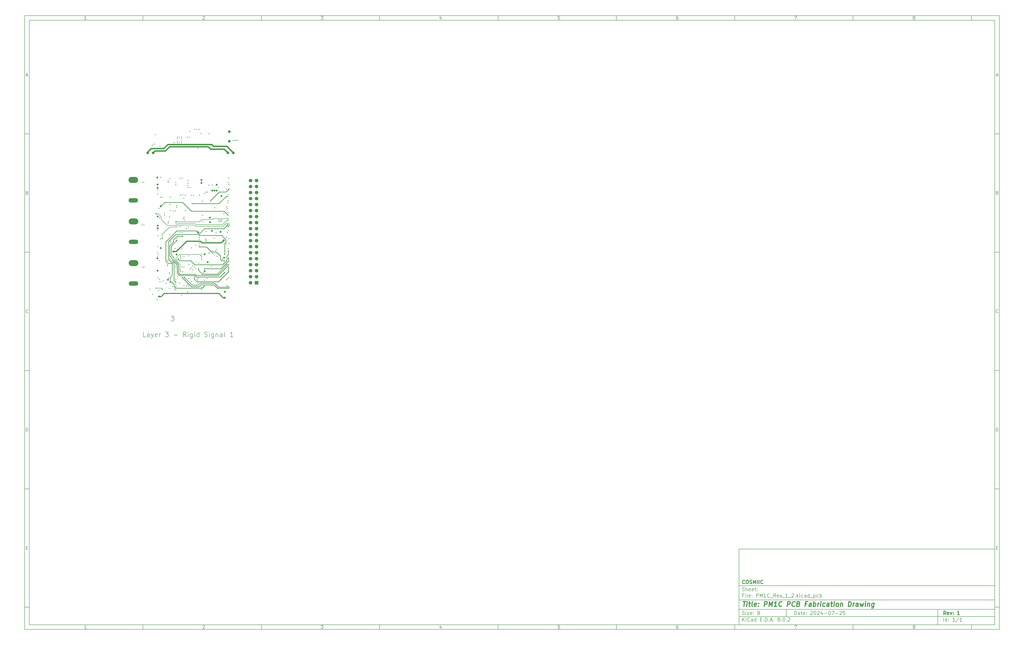
<source format=gbr>
%TF.GenerationSoftware,KiCad,Pcbnew,8.0.2*%
%TF.CreationDate,2024-09-08T21:36:49-05:00*%
%TF.ProjectId,PM1C_Rev_1_2,504d3143-5f52-4657-965f-315f322e6b69,1*%
%TF.SameCoordinates,PX297003ePY8770cd2*%
%TF.FileFunction,Copper,L3,Inr*%
%TF.FilePolarity,Positive*%
%FSLAX46Y46*%
G04 Gerber Fmt 4.6, Leading zero omitted, Abs format (unit mm)*
G04 Created by KiCad (PCBNEW 8.0.2) date 2024-09-08 21:36:49*
%MOMM*%
%LPD*%
G01*
G04 APERTURE LIST*
%ADD10C,0.100000*%
%ADD11C,0.150000*%
%ADD12C,0.300000*%
%ADD13C,0.400000*%
%ADD14C,0.200000*%
%TA.AperFunction,NonConductor*%
%ADD15C,0.200000*%
%TD*%
%TA.AperFunction,ComponentPad*%
%ADD16O,4.064000X2.540000*%
%TD*%
%TA.AperFunction,ComponentPad*%
%ADD17O,4.064000X1.828800*%
%TD*%
%TA.AperFunction,ComponentPad*%
%ADD18R,1.500000X1.500000*%
%TD*%
%TA.AperFunction,ComponentPad*%
%ADD19C,1.500000*%
%TD*%
%TA.AperFunction,ComponentPad*%
%ADD20C,0.800000*%
%TD*%
%TA.AperFunction,ComponentPad*%
%ADD21C,1.143000*%
%TD*%
%TA.AperFunction,ComponentPad*%
%ADD22C,1.141748*%
%TD*%
%TA.AperFunction,ViaPad*%
%ADD23C,0.450000*%
%TD*%
%TA.AperFunction,ViaPad*%
%ADD24C,0.800000*%
%TD*%
%TA.AperFunction,ViaPad*%
%ADD25C,0.360000*%
%TD*%
%TA.AperFunction,Conductor*%
%ADD26C,0.200000*%
%TD*%
%TA.AperFunction,Conductor*%
%ADD27C,0.254000*%
%TD*%
%TA.AperFunction,Conductor*%
%ADD28C,0.250000*%
%TD*%
%TA.AperFunction,Conductor*%
%ADD29C,0.400000*%
%TD*%
%TA.AperFunction,Conductor*%
%ADD30C,0.600000*%
%TD*%
%TA.AperFunction,Conductor*%
%ADD31C,0.500000*%
%TD*%
G04 APERTURE END LIST*
D10*
D11*
X268349570Y-93380206D02*
X376349570Y-93380206D01*
X376349570Y-125380206D01*
X268349570Y-125380206D01*
X268349570Y-93380206D01*
D10*
D11*
X-33450430Y132019794D02*
X378349570Y132019794D01*
X378349570Y-127380206D01*
X-33450430Y-127380206D01*
X-33450430Y132019794D01*
D10*
D11*
X-31450430Y130019794D02*
X376349570Y130019794D01*
X376349570Y-125380206D01*
X-31450430Y-125380206D01*
X-31450430Y130019794D01*
D10*
D11*
X16549570Y130019794D02*
X16549570Y132019794D01*
D10*
D11*
X66549570Y130019794D02*
X66549570Y132019794D01*
D10*
D11*
X116549570Y130019794D02*
X116549570Y132019794D01*
D10*
D11*
X166549570Y130019794D02*
X166549570Y132019794D01*
D10*
D11*
X216549570Y130019794D02*
X216549570Y132019794D01*
D10*
D11*
X266549570Y130019794D02*
X266549570Y132019794D01*
D10*
D11*
X316549570Y130019794D02*
X316549570Y132019794D01*
D10*
D11*
X366549570Y130019794D02*
X366549570Y132019794D01*
D10*
D11*
X-7361270Y130426190D02*
X-8104127Y130426190D01*
X-7732699Y130426190D02*
X-7732699Y131726190D01*
X-7732699Y131726190D02*
X-7856508Y131540475D01*
X-7856508Y131540475D02*
X-7980318Y131416666D01*
X-7980318Y131416666D02*
X-8104127Y131354761D01*
D10*
D11*
X41895873Y131602380D02*
X41957777Y131664285D01*
X41957777Y131664285D02*
X42081587Y131726190D01*
X42081587Y131726190D02*
X42391111Y131726190D01*
X42391111Y131726190D02*
X42514920Y131664285D01*
X42514920Y131664285D02*
X42576825Y131602380D01*
X42576825Y131602380D02*
X42638730Y131478571D01*
X42638730Y131478571D02*
X42638730Y131354761D01*
X42638730Y131354761D02*
X42576825Y131169047D01*
X42576825Y131169047D02*
X41833968Y130426190D01*
X41833968Y130426190D02*
X42638730Y130426190D01*
D10*
D11*
X91833968Y131726190D02*
X92638730Y131726190D01*
X92638730Y131726190D02*
X92205396Y131230952D01*
X92205396Y131230952D02*
X92391111Y131230952D01*
X92391111Y131230952D02*
X92514920Y131169047D01*
X92514920Y131169047D02*
X92576825Y131107142D01*
X92576825Y131107142D02*
X92638730Y130983333D01*
X92638730Y130983333D02*
X92638730Y130673809D01*
X92638730Y130673809D02*
X92576825Y130549999D01*
X92576825Y130549999D02*
X92514920Y130488094D01*
X92514920Y130488094D02*
X92391111Y130426190D01*
X92391111Y130426190D02*
X92019682Y130426190D01*
X92019682Y130426190D02*
X91895873Y130488094D01*
X91895873Y130488094D02*
X91833968Y130549999D01*
D10*
D11*
X142514920Y131292856D02*
X142514920Y130426190D01*
X142205396Y131788094D02*
X141895873Y130859523D01*
X141895873Y130859523D02*
X142700634Y130859523D01*
D10*
D11*
X192576825Y131726190D02*
X191957777Y131726190D01*
X191957777Y131726190D02*
X191895873Y131107142D01*
X191895873Y131107142D02*
X191957777Y131169047D01*
X191957777Y131169047D02*
X192081587Y131230952D01*
X192081587Y131230952D02*
X192391111Y131230952D01*
X192391111Y131230952D02*
X192514920Y131169047D01*
X192514920Y131169047D02*
X192576825Y131107142D01*
X192576825Y131107142D02*
X192638730Y130983333D01*
X192638730Y130983333D02*
X192638730Y130673809D01*
X192638730Y130673809D02*
X192576825Y130549999D01*
X192576825Y130549999D02*
X192514920Y130488094D01*
X192514920Y130488094D02*
X192391111Y130426190D01*
X192391111Y130426190D02*
X192081587Y130426190D01*
X192081587Y130426190D02*
X191957777Y130488094D01*
X191957777Y130488094D02*
X191895873Y130549999D01*
D10*
D11*
X242514920Y131726190D02*
X242267301Y131726190D01*
X242267301Y131726190D02*
X242143492Y131664285D01*
X242143492Y131664285D02*
X242081587Y131602380D01*
X242081587Y131602380D02*
X241957777Y131416666D01*
X241957777Y131416666D02*
X241895873Y131169047D01*
X241895873Y131169047D02*
X241895873Y130673809D01*
X241895873Y130673809D02*
X241957777Y130549999D01*
X241957777Y130549999D02*
X242019682Y130488094D01*
X242019682Y130488094D02*
X242143492Y130426190D01*
X242143492Y130426190D02*
X242391111Y130426190D01*
X242391111Y130426190D02*
X242514920Y130488094D01*
X242514920Y130488094D02*
X242576825Y130549999D01*
X242576825Y130549999D02*
X242638730Y130673809D01*
X242638730Y130673809D02*
X242638730Y130983333D01*
X242638730Y130983333D02*
X242576825Y131107142D01*
X242576825Y131107142D02*
X242514920Y131169047D01*
X242514920Y131169047D02*
X242391111Y131230952D01*
X242391111Y131230952D02*
X242143492Y131230952D01*
X242143492Y131230952D02*
X242019682Y131169047D01*
X242019682Y131169047D02*
X241957777Y131107142D01*
X241957777Y131107142D02*
X241895873Y130983333D01*
D10*
D11*
X291833968Y131726190D02*
X292700634Y131726190D01*
X292700634Y131726190D02*
X292143492Y130426190D01*
D10*
D11*
X342143492Y131169047D02*
X342019682Y131230952D01*
X342019682Y131230952D02*
X341957777Y131292856D01*
X341957777Y131292856D02*
X341895873Y131416666D01*
X341895873Y131416666D02*
X341895873Y131478571D01*
X341895873Y131478571D02*
X341957777Y131602380D01*
X341957777Y131602380D02*
X342019682Y131664285D01*
X342019682Y131664285D02*
X342143492Y131726190D01*
X342143492Y131726190D02*
X342391111Y131726190D01*
X342391111Y131726190D02*
X342514920Y131664285D01*
X342514920Y131664285D02*
X342576825Y131602380D01*
X342576825Y131602380D02*
X342638730Y131478571D01*
X342638730Y131478571D02*
X342638730Y131416666D01*
X342638730Y131416666D02*
X342576825Y131292856D01*
X342576825Y131292856D02*
X342514920Y131230952D01*
X342514920Y131230952D02*
X342391111Y131169047D01*
X342391111Y131169047D02*
X342143492Y131169047D01*
X342143492Y131169047D02*
X342019682Y131107142D01*
X342019682Y131107142D02*
X341957777Y131045237D01*
X341957777Y131045237D02*
X341895873Y130921428D01*
X341895873Y130921428D02*
X341895873Y130673809D01*
X341895873Y130673809D02*
X341957777Y130549999D01*
X341957777Y130549999D02*
X342019682Y130488094D01*
X342019682Y130488094D02*
X342143492Y130426190D01*
X342143492Y130426190D02*
X342391111Y130426190D01*
X342391111Y130426190D02*
X342514920Y130488094D01*
X342514920Y130488094D02*
X342576825Y130549999D01*
X342576825Y130549999D02*
X342638730Y130673809D01*
X342638730Y130673809D02*
X342638730Y130921428D01*
X342638730Y130921428D02*
X342576825Y131045237D01*
X342576825Y131045237D02*
X342514920Y131107142D01*
X342514920Y131107142D02*
X342391111Y131169047D01*
D10*
D11*
X16549570Y-125380206D02*
X16549570Y-127380206D01*
D10*
D11*
X66549570Y-125380206D02*
X66549570Y-127380206D01*
D10*
D11*
X116549570Y-125380206D02*
X116549570Y-127380206D01*
D10*
D11*
X166549570Y-125380206D02*
X166549570Y-127380206D01*
D10*
D11*
X216549570Y-125380206D02*
X216549570Y-127380206D01*
D10*
D11*
X266549570Y-125380206D02*
X266549570Y-127380206D01*
D10*
D11*
X316549570Y-125380206D02*
X316549570Y-127380206D01*
D10*
D11*
X366549570Y-125380206D02*
X366549570Y-127380206D01*
D10*
D11*
X-7361270Y-126973810D02*
X-8104127Y-126973810D01*
X-7732699Y-126973810D02*
X-7732699Y-125673810D01*
X-7732699Y-125673810D02*
X-7856508Y-125859525D01*
X-7856508Y-125859525D02*
X-7980318Y-125983334D01*
X-7980318Y-125983334D02*
X-8104127Y-126045239D01*
D10*
D11*
X41895873Y-125797620D02*
X41957777Y-125735715D01*
X41957777Y-125735715D02*
X42081587Y-125673810D01*
X42081587Y-125673810D02*
X42391111Y-125673810D01*
X42391111Y-125673810D02*
X42514920Y-125735715D01*
X42514920Y-125735715D02*
X42576825Y-125797620D01*
X42576825Y-125797620D02*
X42638730Y-125921429D01*
X42638730Y-125921429D02*
X42638730Y-126045239D01*
X42638730Y-126045239D02*
X42576825Y-126230953D01*
X42576825Y-126230953D02*
X41833968Y-126973810D01*
X41833968Y-126973810D02*
X42638730Y-126973810D01*
D10*
D11*
X91833968Y-125673810D02*
X92638730Y-125673810D01*
X92638730Y-125673810D02*
X92205396Y-126169048D01*
X92205396Y-126169048D02*
X92391111Y-126169048D01*
X92391111Y-126169048D02*
X92514920Y-126230953D01*
X92514920Y-126230953D02*
X92576825Y-126292858D01*
X92576825Y-126292858D02*
X92638730Y-126416667D01*
X92638730Y-126416667D02*
X92638730Y-126726191D01*
X92638730Y-126726191D02*
X92576825Y-126850001D01*
X92576825Y-126850001D02*
X92514920Y-126911906D01*
X92514920Y-126911906D02*
X92391111Y-126973810D01*
X92391111Y-126973810D02*
X92019682Y-126973810D01*
X92019682Y-126973810D02*
X91895873Y-126911906D01*
X91895873Y-126911906D02*
X91833968Y-126850001D01*
D10*
D11*
X142514920Y-126107144D02*
X142514920Y-126973810D01*
X142205396Y-125611906D02*
X141895873Y-126540477D01*
X141895873Y-126540477D02*
X142700634Y-126540477D01*
D10*
D11*
X192576825Y-125673810D02*
X191957777Y-125673810D01*
X191957777Y-125673810D02*
X191895873Y-126292858D01*
X191895873Y-126292858D02*
X191957777Y-126230953D01*
X191957777Y-126230953D02*
X192081587Y-126169048D01*
X192081587Y-126169048D02*
X192391111Y-126169048D01*
X192391111Y-126169048D02*
X192514920Y-126230953D01*
X192514920Y-126230953D02*
X192576825Y-126292858D01*
X192576825Y-126292858D02*
X192638730Y-126416667D01*
X192638730Y-126416667D02*
X192638730Y-126726191D01*
X192638730Y-126726191D02*
X192576825Y-126850001D01*
X192576825Y-126850001D02*
X192514920Y-126911906D01*
X192514920Y-126911906D02*
X192391111Y-126973810D01*
X192391111Y-126973810D02*
X192081587Y-126973810D01*
X192081587Y-126973810D02*
X191957777Y-126911906D01*
X191957777Y-126911906D02*
X191895873Y-126850001D01*
D10*
D11*
X242514920Y-125673810D02*
X242267301Y-125673810D01*
X242267301Y-125673810D02*
X242143492Y-125735715D01*
X242143492Y-125735715D02*
X242081587Y-125797620D01*
X242081587Y-125797620D02*
X241957777Y-125983334D01*
X241957777Y-125983334D02*
X241895873Y-126230953D01*
X241895873Y-126230953D02*
X241895873Y-126726191D01*
X241895873Y-126726191D02*
X241957777Y-126850001D01*
X241957777Y-126850001D02*
X242019682Y-126911906D01*
X242019682Y-126911906D02*
X242143492Y-126973810D01*
X242143492Y-126973810D02*
X242391111Y-126973810D01*
X242391111Y-126973810D02*
X242514920Y-126911906D01*
X242514920Y-126911906D02*
X242576825Y-126850001D01*
X242576825Y-126850001D02*
X242638730Y-126726191D01*
X242638730Y-126726191D02*
X242638730Y-126416667D01*
X242638730Y-126416667D02*
X242576825Y-126292858D01*
X242576825Y-126292858D02*
X242514920Y-126230953D01*
X242514920Y-126230953D02*
X242391111Y-126169048D01*
X242391111Y-126169048D02*
X242143492Y-126169048D01*
X242143492Y-126169048D02*
X242019682Y-126230953D01*
X242019682Y-126230953D02*
X241957777Y-126292858D01*
X241957777Y-126292858D02*
X241895873Y-126416667D01*
D10*
D11*
X291833968Y-125673810D02*
X292700634Y-125673810D01*
X292700634Y-125673810D02*
X292143492Y-126973810D01*
D10*
D11*
X342143492Y-126230953D02*
X342019682Y-126169048D01*
X342019682Y-126169048D02*
X341957777Y-126107144D01*
X341957777Y-126107144D02*
X341895873Y-125983334D01*
X341895873Y-125983334D02*
X341895873Y-125921429D01*
X341895873Y-125921429D02*
X341957777Y-125797620D01*
X341957777Y-125797620D02*
X342019682Y-125735715D01*
X342019682Y-125735715D02*
X342143492Y-125673810D01*
X342143492Y-125673810D02*
X342391111Y-125673810D01*
X342391111Y-125673810D02*
X342514920Y-125735715D01*
X342514920Y-125735715D02*
X342576825Y-125797620D01*
X342576825Y-125797620D02*
X342638730Y-125921429D01*
X342638730Y-125921429D02*
X342638730Y-125983334D01*
X342638730Y-125983334D02*
X342576825Y-126107144D01*
X342576825Y-126107144D02*
X342514920Y-126169048D01*
X342514920Y-126169048D02*
X342391111Y-126230953D01*
X342391111Y-126230953D02*
X342143492Y-126230953D01*
X342143492Y-126230953D02*
X342019682Y-126292858D01*
X342019682Y-126292858D02*
X341957777Y-126354763D01*
X341957777Y-126354763D02*
X341895873Y-126478572D01*
X341895873Y-126478572D02*
X341895873Y-126726191D01*
X341895873Y-126726191D02*
X341957777Y-126850001D01*
X341957777Y-126850001D02*
X342019682Y-126911906D01*
X342019682Y-126911906D02*
X342143492Y-126973810D01*
X342143492Y-126973810D02*
X342391111Y-126973810D01*
X342391111Y-126973810D02*
X342514920Y-126911906D01*
X342514920Y-126911906D02*
X342576825Y-126850001D01*
X342576825Y-126850001D02*
X342638730Y-126726191D01*
X342638730Y-126726191D02*
X342638730Y-126478572D01*
X342638730Y-126478572D02*
X342576825Y-126354763D01*
X342576825Y-126354763D02*
X342514920Y-126292858D01*
X342514920Y-126292858D02*
X342391111Y-126230953D01*
D10*
D11*
X-33450430Y82019794D02*
X-31450430Y82019794D01*
D10*
D11*
X-33450430Y32019794D02*
X-31450430Y32019794D01*
D10*
D11*
X-33450430Y-17980206D02*
X-31450430Y-17980206D01*
D10*
D11*
X-33450430Y-67980206D02*
X-31450430Y-67980206D01*
D10*
D11*
X-33450430Y-117980206D02*
X-31450430Y-117980206D01*
D10*
D11*
X-32759954Y106797618D02*
X-32140907Y106797618D01*
X-32883764Y106426190D02*
X-32450431Y107726190D01*
X-32450431Y107726190D02*
X-32017097Y106426190D01*
D10*
D11*
X-32357573Y57107142D02*
X-32171859Y57045237D01*
X-32171859Y57045237D02*
X-32109954Y56983333D01*
X-32109954Y56983333D02*
X-32048050Y56859523D01*
X-32048050Y56859523D02*
X-32048050Y56673809D01*
X-32048050Y56673809D02*
X-32109954Y56549999D01*
X-32109954Y56549999D02*
X-32171859Y56488094D01*
X-32171859Y56488094D02*
X-32295669Y56426190D01*
X-32295669Y56426190D02*
X-32790907Y56426190D01*
X-32790907Y56426190D02*
X-32790907Y57726190D01*
X-32790907Y57726190D02*
X-32357573Y57726190D01*
X-32357573Y57726190D02*
X-32233764Y57664285D01*
X-32233764Y57664285D02*
X-32171859Y57602380D01*
X-32171859Y57602380D02*
X-32109954Y57478571D01*
X-32109954Y57478571D02*
X-32109954Y57354761D01*
X-32109954Y57354761D02*
X-32171859Y57230952D01*
X-32171859Y57230952D02*
X-32233764Y57169047D01*
X-32233764Y57169047D02*
X-32357573Y57107142D01*
X-32357573Y57107142D02*
X-32790907Y57107142D01*
D10*
D11*
X-32048050Y6549999D02*
X-32109954Y6488094D01*
X-32109954Y6488094D02*
X-32295669Y6426190D01*
X-32295669Y6426190D02*
X-32419478Y6426190D01*
X-32419478Y6426190D02*
X-32605192Y6488094D01*
X-32605192Y6488094D02*
X-32729002Y6611904D01*
X-32729002Y6611904D02*
X-32790907Y6735714D01*
X-32790907Y6735714D02*
X-32852811Y6983333D01*
X-32852811Y6983333D02*
X-32852811Y7169047D01*
X-32852811Y7169047D02*
X-32790907Y7416666D01*
X-32790907Y7416666D02*
X-32729002Y7540475D01*
X-32729002Y7540475D02*
X-32605192Y7664285D01*
X-32605192Y7664285D02*
X-32419478Y7726190D01*
X-32419478Y7726190D02*
X-32295669Y7726190D01*
X-32295669Y7726190D02*
X-32109954Y7664285D01*
X-32109954Y7664285D02*
X-32048050Y7602380D01*
D10*
D11*
X-32790907Y-43573810D02*
X-32790907Y-42273810D01*
X-32790907Y-42273810D02*
X-32481383Y-42273810D01*
X-32481383Y-42273810D02*
X-32295669Y-42335715D01*
X-32295669Y-42335715D02*
X-32171859Y-42459525D01*
X-32171859Y-42459525D02*
X-32109954Y-42583334D01*
X-32109954Y-42583334D02*
X-32048050Y-42830953D01*
X-32048050Y-42830953D02*
X-32048050Y-43016667D01*
X-32048050Y-43016667D02*
X-32109954Y-43264286D01*
X-32109954Y-43264286D02*
X-32171859Y-43388096D01*
X-32171859Y-43388096D02*
X-32295669Y-43511906D01*
X-32295669Y-43511906D02*
X-32481383Y-43573810D01*
X-32481383Y-43573810D02*
X-32790907Y-43573810D01*
D10*
D11*
X-32729002Y-92892858D02*
X-32295668Y-92892858D01*
X-32109954Y-93573810D02*
X-32729002Y-93573810D01*
X-32729002Y-93573810D02*
X-32729002Y-92273810D01*
X-32729002Y-92273810D02*
X-32109954Y-92273810D01*
D10*
D11*
X378349570Y82019794D02*
X376349570Y82019794D01*
D10*
D11*
X378349570Y32019794D02*
X376349570Y32019794D01*
D10*
D11*
X378349570Y-17980206D02*
X376349570Y-17980206D01*
D10*
D11*
X378349570Y-67980206D02*
X376349570Y-67980206D01*
D10*
D11*
X378349570Y-117980206D02*
X376349570Y-117980206D01*
D10*
D11*
X377040046Y106797618D02*
X377659093Y106797618D01*
X376916236Y106426190D02*
X377349569Y107726190D01*
X377349569Y107726190D02*
X377782903Y106426190D01*
D10*
D11*
X377442427Y57107142D02*
X377628141Y57045237D01*
X377628141Y57045237D02*
X377690046Y56983333D01*
X377690046Y56983333D02*
X377751950Y56859523D01*
X377751950Y56859523D02*
X377751950Y56673809D01*
X377751950Y56673809D02*
X377690046Y56549999D01*
X377690046Y56549999D02*
X377628141Y56488094D01*
X377628141Y56488094D02*
X377504331Y56426190D01*
X377504331Y56426190D02*
X377009093Y56426190D01*
X377009093Y56426190D02*
X377009093Y57726190D01*
X377009093Y57726190D02*
X377442427Y57726190D01*
X377442427Y57726190D02*
X377566236Y57664285D01*
X377566236Y57664285D02*
X377628141Y57602380D01*
X377628141Y57602380D02*
X377690046Y57478571D01*
X377690046Y57478571D02*
X377690046Y57354761D01*
X377690046Y57354761D02*
X377628141Y57230952D01*
X377628141Y57230952D02*
X377566236Y57169047D01*
X377566236Y57169047D02*
X377442427Y57107142D01*
X377442427Y57107142D02*
X377009093Y57107142D01*
D10*
D11*
X377751950Y6549999D02*
X377690046Y6488094D01*
X377690046Y6488094D02*
X377504331Y6426190D01*
X377504331Y6426190D02*
X377380522Y6426190D01*
X377380522Y6426190D02*
X377194808Y6488094D01*
X377194808Y6488094D02*
X377070998Y6611904D01*
X377070998Y6611904D02*
X377009093Y6735714D01*
X377009093Y6735714D02*
X376947189Y6983333D01*
X376947189Y6983333D02*
X376947189Y7169047D01*
X376947189Y7169047D02*
X377009093Y7416666D01*
X377009093Y7416666D02*
X377070998Y7540475D01*
X377070998Y7540475D02*
X377194808Y7664285D01*
X377194808Y7664285D02*
X377380522Y7726190D01*
X377380522Y7726190D02*
X377504331Y7726190D01*
X377504331Y7726190D02*
X377690046Y7664285D01*
X377690046Y7664285D02*
X377751950Y7602380D01*
D10*
D11*
X377009093Y-43573810D02*
X377009093Y-42273810D01*
X377009093Y-42273810D02*
X377318617Y-42273810D01*
X377318617Y-42273810D02*
X377504331Y-42335715D01*
X377504331Y-42335715D02*
X377628141Y-42459525D01*
X377628141Y-42459525D02*
X377690046Y-42583334D01*
X377690046Y-42583334D02*
X377751950Y-42830953D01*
X377751950Y-42830953D02*
X377751950Y-43016667D01*
X377751950Y-43016667D02*
X377690046Y-43264286D01*
X377690046Y-43264286D02*
X377628141Y-43388096D01*
X377628141Y-43388096D02*
X377504331Y-43511906D01*
X377504331Y-43511906D02*
X377318617Y-43573810D01*
X377318617Y-43573810D02*
X377009093Y-43573810D01*
D10*
D11*
X377070998Y-92892858D02*
X377504332Y-92892858D01*
X377690046Y-93573810D02*
X377070998Y-93573810D01*
X377070998Y-93573810D02*
X377070998Y-92273810D01*
X377070998Y-92273810D02*
X377690046Y-92273810D01*
D10*
D11*
X291805396Y-121166334D02*
X291805396Y-119666334D01*
X291805396Y-119666334D02*
X292162539Y-119666334D01*
X292162539Y-119666334D02*
X292376825Y-119737763D01*
X292376825Y-119737763D02*
X292519682Y-119880620D01*
X292519682Y-119880620D02*
X292591111Y-120023477D01*
X292591111Y-120023477D02*
X292662539Y-120309191D01*
X292662539Y-120309191D02*
X292662539Y-120523477D01*
X292662539Y-120523477D02*
X292591111Y-120809191D01*
X292591111Y-120809191D02*
X292519682Y-120952048D01*
X292519682Y-120952048D02*
X292376825Y-121094906D01*
X292376825Y-121094906D02*
X292162539Y-121166334D01*
X292162539Y-121166334D02*
X291805396Y-121166334D01*
X293948254Y-121166334D02*
X293948254Y-120380620D01*
X293948254Y-120380620D02*
X293876825Y-120237763D01*
X293876825Y-120237763D02*
X293733968Y-120166334D01*
X293733968Y-120166334D02*
X293448254Y-120166334D01*
X293448254Y-120166334D02*
X293305396Y-120237763D01*
X293948254Y-121094906D02*
X293805396Y-121166334D01*
X293805396Y-121166334D02*
X293448254Y-121166334D01*
X293448254Y-121166334D02*
X293305396Y-121094906D01*
X293305396Y-121094906D02*
X293233968Y-120952048D01*
X293233968Y-120952048D02*
X293233968Y-120809191D01*
X293233968Y-120809191D02*
X293305396Y-120666334D01*
X293305396Y-120666334D02*
X293448254Y-120594906D01*
X293448254Y-120594906D02*
X293805396Y-120594906D01*
X293805396Y-120594906D02*
X293948254Y-120523477D01*
X294448254Y-120166334D02*
X295019682Y-120166334D01*
X294662539Y-119666334D02*
X294662539Y-120952048D01*
X294662539Y-120952048D02*
X294733968Y-121094906D01*
X294733968Y-121094906D02*
X294876825Y-121166334D01*
X294876825Y-121166334D02*
X295019682Y-121166334D01*
X296091111Y-121094906D02*
X295948254Y-121166334D01*
X295948254Y-121166334D02*
X295662540Y-121166334D01*
X295662540Y-121166334D02*
X295519682Y-121094906D01*
X295519682Y-121094906D02*
X295448254Y-120952048D01*
X295448254Y-120952048D02*
X295448254Y-120380620D01*
X295448254Y-120380620D02*
X295519682Y-120237763D01*
X295519682Y-120237763D02*
X295662540Y-120166334D01*
X295662540Y-120166334D02*
X295948254Y-120166334D01*
X295948254Y-120166334D02*
X296091111Y-120237763D01*
X296091111Y-120237763D02*
X296162540Y-120380620D01*
X296162540Y-120380620D02*
X296162540Y-120523477D01*
X296162540Y-120523477D02*
X295448254Y-120666334D01*
X296805396Y-121023477D02*
X296876825Y-121094906D01*
X296876825Y-121094906D02*
X296805396Y-121166334D01*
X296805396Y-121166334D02*
X296733968Y-121094906D01*
X296733968Y-121094906D02*
X296805396Y-121023477D01*
X296805396Y-121023477D02*
X296805396Y-121166334D01*
X296805396Y-120237763D02*
X296876825Y-120309191D01*
X296876825Y-120309191D02*
X296805396Y-120380620D01*
X296805396Y-120380620D02*
X296733968Y-120309191D01*
X296733968Y-120309191D02*
X296805396Y-120237763D01*
X296805396Y-120237763D02*
X296805396Y-120380620D01*
X298591111Y-119809191D02*
X298662539Y-119737763D01*
X298662539Y-119737763D02*
X298805397Y-119666334D01*
X298805397Y-119666334D02*
X299162539Y-119666334D01*
X299162539Y-119666334D02*
X299305397Y-119737763D01*
X299305397Y-119737763D02*
X299376825Y-119809191D01*
X299376825Y-119809191D02*
X299448254Y-119952048D01*
X299448254Y-119952048D02*
X299448254Y-120094906D01*
X299448254Y-120094906D02*
X299376825Y-120309191D01*
X299376825Y-120309191D02*
X298519682Y-121166334D01*
X298519682Y-121166334D02*
X299448254Y-121166334D01*
X300376825Y-119666334D02*
X300519682Y-119666334D01*
X300519682Y-119666334D02*
X300662539Y-119737763D01*
X300662539Y-119737763D02*
X300733968Y-119809191D01*
X300733968Y-119809191D02*
X300805396Y-119952048D01*
X300805396Y-119952048D02*
X300876825Y-120237763D01*
X300876825Y-120237763D02*
X300876825Y-120594906D01*
X300876825Y-120594906D02*
X300805396Y-120880620D01*
X300805396Y-120880620D02*
X300733968Y-121023477D01*
X300733968Y-121023477D02*
X300662539Y-121094906D01*
X300662539Y-121094906D02*
X300519682Y-121166334D01*
X300519682Y-121166334D02*
X300376825Y-121166334D01*
X300376825Y-121166334D02*
X300233968Y-121094906D01*
X300233968Y-121094906D02*
X300162539Y-121023477D01*
X300162539Y-121023477D02*
X300091110Y-120880620D01*
X300091110Y-120880620D02*
X300019682Y-120594906D01*
X300019682Y-120594906D02*
X300019682Y-120237763D01*
X300019682Y-120237763D02*
X300091110Y-119952048D01*
X300091110Y-119952048D02*
X300162539Y-119809191D01*
X300162539Y-119809191D02*
X300233968Y-119737763D01*
X300233968Y-119737763D02*
X300376825Y-119666334D01*
X301448253Y-119809191D02*
X301519681Y-119737763D01*
X301519681Y-119737763D02*
X301662539Y-119666334D01*
X301662539Y-119666334D02*
X302019681Y-119666334D01*
X302019681Y-119666334D02*
X302162539Y-119737763D01*
X302162539Y-119737763D02*
X302233967Y-119809191D01*
X302233967Y-119809191D02*
X302305396Y-119952048D01*
X302305396Y-119952048D02*
X302305396Y-120094906D01*
X302305396Y-120094906D02*
X302233967Y-120309191D01*
X302233967Y-120309191D02*
X301376824Y-121166334D01*
X301376824Y-121166334D02*
X302305396Y-121166334D01*
X303591110Y-120166334D02*
X303591110Y-121166334D01*
X303233967Y-119594906D02*
X302876824Y-120666334D01*
X302876824Y-120666334D02*
X303805395Y-120666334D01*
X304376823Y-120594906D02*
X305519681Y-120594906D01*
X306519681Y-119666334D02*
X306662538Y-119666334D01*
X306662538Y-119666334D02*
X306805395Y-119737763D01*
X306805395Y-119737763D02*
X306876824Y-119809191D01*
X306876824Y-119809191D02*
X306948252Y-119952048D01*
X306948252Y-119952048D02*
X307019681Y-120237763D01*
X307019681Y-120237763D02*
X307019681Y-120594906D01*
X307019681Y-120594906D02*
X306948252Y-120880620D01*
X306948252Y-120880620D02*
X306876824Y-121023477D01*
X306876824Y-121023477D02*
X306805395Y-121094906D01*
X306805395Y-121094906D02*
X306662538Y-121166334D01*
X306662538Y-121166334D02*
X306519681Y-121166334D01*
X306519681Y-121166334D02*
X306376824Y-121094906D01*
X306376824Y-121094906D02*
X306305395Y-121023477D01*
X306305395Y-121023477D02*
X306233966Y-120880620D01*
X306233966Y-120880620D02*
X306162538Y-120594906D01*
X306162538Y-120594906D02*
X306162538Y-120237763D01*
X306162538Y-120237763D02*
X306233966Y-119952048D01*
X306233966Y-119952048D02*
X306305395Y-119809191D01*
X306305395Y-119809191D02*
X306376824Y-119737763D01*
X306376824Y-119737763D02*
X306519681Y-119666334D01*
X307519680Y-119666334D02*
X308519680Y-119666334D01*
X308519680Y-119666334D02*
X307876823Y-121166334D01*
X309091108Y-120594906D02*
X310233966Y-120594906D01*
X310876823Y-119809191D02*
X310948251Y-119737763D01*
X310948251Y-119737763D02*
X311091109Y-119666334D01*
X311091109Y-119666334D02*
X311448251Y-119666334D01*
X311448251Y-119666334D02*
X311591109Y-119737763D01*
X311591109Y-119737763D02*
X311662537Y-119809191D01*
X311662537Y-119809191D02*
X311733966Y-119952048D01*
X311733966Y-119952048D02*
X311733966Y-120094906D01*
X311733966Y-120094906D02*
X311662537Y-120309191D01*
X311662537Y-120309191D02*
X310805394Y-121166334D01*
X310805394Y-121166334D02*
X311733966Y-121166334D01*
X313091108Y-119666334D02*
X312376822Y-119666334D01*
X312376822Y-119666334D02*
X312305394Y-120380620D01*
X312305394Y-120380620D02*
X312376822Y-120309191D01*
X312376822Y-120309191D02*
X312519680Y-120237763D01*
X312519680Y-120237763D02*
X312876822Y-120237763D01*
X312876822Y-120237763D02*
X313019680Y-120309191D01*
X313019680Y-120309191D02*
X313091108Y-120380620D01*
X313091108Y-120380620D02*
X313162537Y-120523477D01*
X313162537Y-120523477D02*
X313162537Y-120880620D01*
X313162537Y-120880620D02*
X313091108Y-121023477D01*
X313091108Y-121023477D02*
X313019680Y-121094906D01*
X313019680Y-121094906D02*
X312876822Y-121166334D01*
X312876822Y-121166334D02*
X312519680Y-121166334D01*
X312519680Y-121166334D02*
X312376822Y-121094906D01*
X312376822Y-121094906D02*
X312305394Y-121023477D01*
D10*
D11*
X268349570Y-121880206D02*
X376349570Y-121880206D01*
D10*
D11*
X269805396Y-123966334D02*
X269805396Y-122466334D01*
X270662539Y-123966334D02*
X270019682Y-123109191D01*
X270662539Y-122466334D02*
X269805396Y-123323477D01*
X271305396Y-123966334D02*
X271305396Y-122966334D01*
X271305396Y-122466334D02*
X271233968Y-122537763D01*
X271233968Y-122537763D02*
X271305396Y-122609191D01*
X271305396Y-122609191D02*
X271376825Y-122537763D01*
X271376825Y-122537763D02*
X271305396Y-122466334D01*
X271305396Y-122466334D02*
X271305396Y-122609191D01*
X272876825Y-123823477D02*
X272805397Y-123894906D01*
X272805397Y-123894906D02*
X272591111Y-123966334D01*
X272591111Y-123966334D02*
X272448254Y-123966334D01*
X272448254Y-123966334D02*
X272233968Y-123894906D01*
X272233968Y-123894906D02*
X272091111Y-123752048D01*
X272091111Y-123752048D02*
X272019682Y-123609191D01*
X272019682Y-123609191D02*
X271948254Y-123323477D01*
X271948254Y-123323477D02*
X271948254Y-123109191D01*
X271948254Y-123109191D02*
X272019682Y-122823477D01*
X272019682Y-122823477D02*
X272091111Y-122680620D01*
X272091111Y-122680620D02*
X272233968Y-122537763D01*
X272233968Y-122537763D02*
X272448254Y-122466334D01*
X272448254Y-122466334D02*
X272591111Y-122466334D01*
X272591111Y-122466334D02*
X272805397Y-122537763D01*
X272805397Y-122537763D02*
X272876825Y-122609191D01*
X274162540Y-123966334D02*
X274162540Y-123180620D01*
X274162540Y-123180620D02*
X274091111Y-123037763D01*
X274091111Y-123037763D02*
X273948254Y-122966334D01*
X273948254Y-122966334D02*
X273662540Y-122966334D01*
X273662540Y-122966334D02*
X273519682Y-123037763D01*
X274162540Y-123894906D02*
X274019682Y-123966334D01*
X274019682Y-123966334D02*
X273662540Y-123966334D01*
X273662540Y-123966334D02*
X273519682Y-123894906D01*
X273519682Y-123894906D02*
X273448254Y-123752048D01*
X273448254Y-123752048D02*
X273448254Y-123609191D01*
X273448254Y-123609191D02*
X273519682Y-123466334D01*
X273519682Y-123466334D02*
X273662540Y-123394906D01*
X273662540Y-123394906D02*
X274019682Y-123394906D01*
X274019682Y-123394906D02*
X274162540Y-123323477D01*
X275519683Y-123966334D02*
X275519683Y-122466334D01*
X275519683Y-123894906D02*
X275376825Y-123966334D01*
X275376825Y-123966334D02*
X275091111Y-123966334D01*
X275091111Y-123966334D02*
X274948254Y-123894906D01*
X274948254Y-123894906D02*
X274876825Y-123823477D01*
X274876825Y-123823477D02*
X274805397Y-123680620D01*
X274805397Y-123680620D02*
X274805397Y-123252048D01*
X274805397Y-123252048D02*
X274876825Y-123109191D01*
X274876825Y-123109191D02*
X274948254Y-123037763D01*
X274948254Y-123037763D02*
X275091111Y-122966334D01*
X275091111Y-122966334D02*
X275376825Y-122966334D01*
X275376825Y-122966334D02*
X275519683Y-123037763D01*
X277376825Y-123180620D02*
X277876825Y-123180620D01*
X278091111Y-123966334D02*
X277376825Y-123966334D01*
X277376825Y-123966334D02*
X277376825Y-122466334D01*
X277376825Y-122466334D02*
X278091111Y-122466334D01*
X278733968Y-123823477D02*
X278805397Y-123894906D01*
X278805397Y-123894906D02*
X278733968Y-123966334D01*
X278733968Y-123966334D02*
X278662540Y-123894906D01*
X278662540Y-123894906D02*
X278733968Y-123823477D01*
X278733968Y-123823477D02*
X278733968Y-123966334D01*
X279448254Y-123966334D02*
X279448254Y-122466334D01*
X279448254Y-122466334D02*
X279805397Y-122466334D01*
X279805397Y-122466334D02*
X280019683Y-122537763D01*
X280019683Y-122537763D02*
X280162540Y-122680620D01*
X280162540Y-122680620D02*
X280233969Y-122823477D01*
X280233969Y-122823477D02*
X280305397Y-123109191D01*
X280305397Y-123109191D02*
X280305397Y-123323477D01*
X280305397Y-123323477D02*
X280233969Y-123609191D01*
X280233969Y-123609191D02*
X280162540Y-123752048D01*
X280162540Y-123752048D02*
X280019683Y-123894906D01*
X280019683Y-123894906D02*
X279805397Y-123966334D01*
X279805397Y-123966334D02*
X279448254Y-123966334D01*
X280948254Y-123823477D02*
X281019683Y-123894906D01*
X281019683Y-123894906D02*
X280948254Y-123966334D01*
X280948254Y-123966334D02*
X280876826Y-123894906D01*
X280876826Y-123894906D02*
X280948254Y-123823477D01*
X280948254Y-123823477D02*
X280948254Y-123966334D01*
X281591112Y-123537763D02*
X282305398Y-123537763D01*
X281448255Y-123966334D02*
X281948255Y-122466334D01*
X281948255Y-122466334D02*
X282448255Y-123966334D01*
X282948254Y-123823477D02*
X283019683Y-123894906D01*
X283019683Y-123894906D02*
X282948254Y-123966334D01*
X282948254Y-123966334D02*
X282876826Y-123894906D01*
X282876826Y-123894906D02*
X282948254Y-123823477D01*
X282948254Y-123823477D02*
X282948254Y-123966334D01*
X285019683Y-123109191D02*
X284876826Y-123037763D01*
X284876826Y-123037763D02*
X284805397Y-122966334D01*
X284805397Y-122966334D02*
X284733969Y-122823477D01*
X284733969Y-122823477D02*
X284733969Y-122752048D01*
X284733969Y-122752048D02*
X284805397Y-122609191D01*
X284805397Y-122609191D02*
X284876826Y-122537763D01*
X284876826Y-122537763D02*
X285019683Y-122466334D01*
X285019683Y-122466334D02*
X285305397Y-122466334D01*
X285305397Y-122466334D02*
X285448255Y-122537763D01*
X285448255Y-122537763D02*
X285519683Y-122609191D01*
X285519683Y-122609191D02*
X285591112Y-122752048D01*
X285591112Y-122752048D02*
X285591112Y-122823477D01*
X285591112Y-122823477D02*
X285519683Y-122966334D01*
X285519683Y-122966334D02*
X285448255Y-123037763D01*
X285448255Y-123037763D02*
X285305397Y-123109191D01*
X285305397Y-123109191D02*
X285019683Y-123109191D01*
X285019683Y-123109191D02*
X284876826Y-123180620D01*
X284876826Y-123180620D02*
X284805397Y-123252048D01*
X284805397Y-123252048D02*
X284733969Y-123394906D01*
X284733969Y-123394906D02*
X284733969Y-123680620D01*
X284733969Y-123680620D02*
X284805397Y-123823477D01*
X284805397Y-123823477D02*
X284876826Y-123894906D01*
X284876826Y-123894906D02*
X285019683Y-123966334D01*
X285019683Y-123966334D02*
X285305397Y-123966334D01*
X285305397Y-123966334D02*
X285448255Y-123894906D01*
X285448255Y-123894906D02*
X285519683Y-123823477D01*
X285519683Y-123823477D02*
X285591112Y-123680620D01*
X285591112Y-123680620D02*
X285591112Y-123394906D01*
X285591112Y-123394906D02*
X285519683Y-123252048D01*
X285519683Y-123252048D02*
X285448255Y-123180620D01*
X285448255Y-123180620D02*
X285305397Y-123109191D01*
X286233968Y-123823477D02*
X286305397Y-123894906D01*
X286305397Y-123894906D02*
X286233968Y-123966334D01*
X286233968Y-123966334D02*
X286162540Y-123894906D01*
X286162540Y-123894906D02*
X286233968Y-123823477D01*
X286233968Y-123823477D02*
X286233968Y-123966334D01*
X287233969Y-122466334D02*
X287376826Y-122466334D01*
X287376826Y-122466334D02*
X287519683Y-122537763D01*
X287519683Y-122537763D02*
X287591112Y-122609191D01*
X287591112Y-122609191D02*
X287662540Y-122752048D01*
X287662540Y-122752048D02*
X287733969Y-123037763D01*
X287733969Y-123037763D02*
X287733969Y-123394906D01*
X287733969Y-123394906D02*
X287662540Y-123680620D01*
X287662540Y-123680620D02*
X287591112Y-123823477D01*
X287591112Y-123823477D02*
X287519683Y-123894906D01*
X287519683Y-123894906D02*
X287376826Y-123966334D01*
X287376826Y-123966334D02*
X287233969Y-123966334D01*
X287233969Y-123966334D02*
X287091112Y-123894906D01*
X287091112Y-123894906D02*
X287019683Y-123823477D01*
X287019683Y-123823477D02*
X286948254Y-123680620D01*
X286948254Y-123680620D02*
X286876826Y-123394906D01*
X286876826Y-123394906D02*
X286876826Y-123037763D01*
X286876826Y-123037763D02*
X286948254Y-122752048D01*
X286948254Y-122752048D02*
X287019683Y-122609191D01*
X287019683Y-122609191D02*
X287091112Y-122537763D01*
X287091112Y-122537763D02*
X287233969Y-122466334D01*
X288376825Y-123823477D02*
X288448254Y-123894906D01*
X288448254Y-123894906D02*
X288376825Y-123966334D01*
X288376825Y-123966334D02*
X288305397Y-123894906D01*
X288305397Y-123894906D02*
X288376825Y-123823477D01*
X288376825Y-123823477D02*
X288376825Y-123966334D01*
X289019683Y-122609191D02*
X289091111Y-122537763D01*
X289091111Y-122537763D02*
X289233969Y-122466334D01*
X289233969Y-122466334D02*
X289591111Y-122466334D01*
X289591111Y-122466334D02*
X289733969Y-122537763D01*
X289733969Y-122537763D02*
X289805397Y-122609191D01*
X289805397Y-122609191D02*
X289876826Y-122752048D01*
X289876826Y-122752048D02*
X289876826Y-122894906D01*
X289876826Y-122894906D02*
X289805397Y-123109191D01*
X289805397Y-123109191D02*
X288948254Y-123966334D01*
X288948254Y-123966334D02*
X289876826Y-123966334D01*
D10*
D11*
X268349570Y-118880206D02*
X376349570Y-118880206D01*
D10*
D12*
X355761223Y-121158534D02*
X355261223Y-120444248D01*
X354904080Y-121158534D02*
X354904080Y-119658534D01*
X354904080Y-119658534D02*
X355475509Y-119658534D01*
X355475509Y-119658534D02*
X355618366Y-119729963D01*
X355618366Y-119729963D02*
X355689795Y-119801391D01*
X355689795Y-119801391D02*
X355761223Y-119944248D01*
X355761223Y-119944248D02*
X355761223Y-120158534D01*
X355761223Y-120158534D02*
X355689795Y-120301391D01*
X355689795Y-120301391D02*
X355618366Y-120372820D01*
X355618366Y-120372820D02*
X355475509Y-120444248D01*
X355475509Y-120444248D02*
X354904080Y-120444248D01*
X356975509Y-121087106D02*
X356832652Y-121158534D01*
X356832652Y-121158534D02*
X356546938Y-121158534D01*
X356546938Y-121158534D02*
X356404080Y-121087106D01*
X356404080Y-121087106D02*
X356332652Y-120944248D01*
X356332652Y-120944248D02*
X356332652Y-120372820D01*
X356332652Y-120372820D02*
X356404080Y-120229963D01*
X356404080Y-120229963D02*
X356546938Y-120158534D01*
X356546938Y-120158534D02*
X356832652Y-120158534D01*
X356832652Y-120158534D02*
X356975509Y-120229963D01*
X356975509Y-120229963D02*
X357046938Y-120372820D01*
X357046938Y-120372820D02*
X357046938Y-120515677D01*
X357046938Y-120515677D02*
X356332652Y-120658534D01*
X357546937Y-120158534D02*
X357904080Y-121158534D01*
X357904080Y-121158534D02*
X358261223Y-120158534D01*
X358832651Y-121015677D02*
X358904080Y-121087106D01*
X358904080Y-121087106D02*
X358832651Y-121158534D01*
X358832651Y-121158534D02*
X358761223Y-121087106D01*
X358761223Y-121087106D02*
X358832651Y-121015677D01*
X358832651Y-121015677D02*
X358832651Y-121158534D01*
X358832651Y-120229963D02*
X358904080Y-120301391D01*
X358904080Y-120301391D02*
X358832651Y-120372820D01*
X358832651Y-120372820D02*
X358761223Y-120301391D01*
X358761223Y-120301391D02*
X358832651Y-120229963D01*
X358832651Y-120229963D02*
X358832651Y-120372820D01*
X361475509Y-121158534D02*
X360618366Y-121158534D01*
X361046937Y-121158534D02*
X361046937Y-119658534D01*
X361046937Y-119658534D02*
X360904080Y-119872820D01*
X360904080Y-119872820D02*
X360761223Y-120015677D01*
X360761223Y-120015677D02*
X360618366Y-120087106D01*
D10*
D11*
X269733968Y-121094906D02*
X269948254Y-121166334D01*
X269948254Y-121166334D02*
X270305396Y-121166334D01*
X270305396Y-121166334D02*
X270448254Y-121094906D01*
X270448254Y-121094906D02*
X270519682Y-121023477D01*
X270519682Y-121023477D02*
X270591111Y-120880620D01*
X270591111Y-120880620D02*
X270591111Y-120737763D01*
X270591111Y-120737763D02*
X270519682Y-120594906D01*
X270519682Y-120594906D02*
X270448254Y-120523477D01*
X270448254Y-120523477D02*
X270305396Y-120452048D01*
X270305396Y-120452048D02*
X270019682Y-120380620D01*
X270019682Y-120380620D02*
X269876825Y-120309191D01*
X269876825Y-120309191D02*
X269805396Y-120237763D01*
X269805396Y-120237763D02*
X269733968Y-120094906D01*
X269733968Y-120094906D02*
X269733968Y-119952048D01*
X269733968Y-119952048D02*
X269805396Y-119809191D01*
X269805396Y-119809191D02*
X269876825Y-119737763D01*
X269876825Y-119737763D02*
X270019682Y-119666334D01*
X270019682Y-119666334D02*
X270376825Y-119666334D01*
X270376825Y-119666334D02*
X270591111Y-119737763D01*
X271233967Y-121166334D02*
X271233967Y-120166334D01*
X271233967Y-119666334D02*
X271162539Y-119737763D01*
X271162539Y-119737763D02*
X271233967Y-119809191D01*
X271233967Y-119809191D02*
X271305396Y-119737763D01*
X271305396Y-119737763D02*
X271233967Y-119666334D01*
X271233967Y-119666334D02*
X271233967Y-119809191D01*
X271805396Y-120166334D02*
X272591111Y-120166334D01*
X272591111Y-120166334D02*
X271805396Y-121166334D01*
X271805396Y-121166334D02*
X272591111Y-121166334D01*
X273733968Y-121094906D02*
X273591111Y-121166334D01*
X273591111Y-121166334D02*
X273305397Y-121166334D01*
X273305397Y-121166334D02*
X273162539Y-121094906D01*
X273162539Y-121094906D02*
X273091111Y-120952048D01*
X273091111Y-120952048D02*
X273091111Y-120380620D01*
X273091111Y-120380620D02*
X273162539Y-120237763D01*
X273162539Y-120237763D02*
X273305397Y-120166334D01*
X273305397Y-120166334D02*
X273591111Y-120166334D01*
X273591111Y-120166334D02*
X273733968Y-120237763D01*
X273733968Y-120237763D02*
X273805397Y-120380620D01*
X273805397Y-120380620D02*
X273805397Y-120523477D01*
X273805397Y-120523477D02*
X273091111Y-120666334D01*
X274448253Y-121023477D02*
X274519682Y-121094906D01*
X274519682Y-121094906D02*
X274448253Y-121166334D01*
X274448253Y-121166334D02*
X274376825Y-121094906D01*
X274376825Y-121094906D02*
X274448253Y-121023477D01*
X274448253Y-121023477D02*
X274448253Y-121166334D01*
X274448253Y-120237763D02*
X274519682Y-120309191D01*
X274519682Y-120309191D02*
X274448253Y-120380620D01*
X274448253Y-120380620D02*
X274376825Y-120309191D01*
X274376825Y-120309191D02*
X274448253Y-120237763D01*
X274448253Y-120237763D02*
X274448253Y-120380620D01*
X276805396Y-120380620D02*
X277019682Y-120452048D01*
X277019682Y-120452048D02*
X277091111Y-120523477D01*
X277091111Y-120523477D02*
X277162539Y-120666334D01*
X277162539Y-120666334D02*
X277162539Y-120880620D01*
X277162539Y-120880620D02*
X277091111Y-121023477D01*
X277091111Y-121023477D02*
X277019682Y-121094906D01*
X277019682Y-121094906D02*
X276876825Y-121166334D01*
X276876825Y-121166334D02*
X276305396Y-121166334D01*
X276305396Y-121166334D02*
X276305396Y-119666334D01*
X276305396Y-119666334D02*
X276805396Y-119666334D01*
X276805396Y-119666334D02*
X276948254Y-119737763D01*
X276948254Y-119737763D02*
X277019682Y-119809191D01*
X277019682Y-119809191D02*
X277091111Y-119952048D01*
X277091111Y-119952048D02*
X277091111Y-120094906D01*
X277091111Y-120094906D02*
X277019682Y-120237763D01*
X277019682Y-120237763D02*
X276948254Y-120309191D01*
X276948254Y-120309191D02*
X276805396Y-120380620D01*
X276805396Y-120380620D02*
X276305396Y-120380620D01*
D10*
D11*
X354805396Y-123966334D02*
X354805396Y-122466334D01*
X356162540Y-123966334D02*
X356162540Y-122466334D01*
X356162540Y-123894906D02*
X356019682Y-123966334D01*
X356019682Y-123966334D02*
X355733968Y-123966334D01*
X355733968Y-123966334D02*
X355591111Y-123894906D01*
X355591111Y-123894906D02*
X355519682Y-123823477D01*
X355519682Y-123823477D02*
X355448254Y-123680620D01*
X355448254Y-123680620D02*
X355448254Y-123252048D01*
X355448254Y-123252048D02*
X355519682Y-123109191D01*
X355519682Y-123109191D02*
X355591111Y-123037763D01*
X355591111Y-123037763D02*
X355733968Y-122966334D01*
X355733968Y-122966334D02*
X356019682Y-122966334D01*
X356019682Y-122966334D02*
X356162540Y-123037763D01*
X356876825Y-123823477D02*
X356948254Y-123894906D01*
X356948254Y-123894906D02*
X356876825Y-123966334D01*
X356876825Y-123966334D02*
X356805397Y-123894906D01*
X356805397Y-123894906D02*
X356876825Y-123823477D01*
X356876825Y-123823477D02*
X356876825Y-123966334D01*
X356876825Y-123037763D02*
X356948254Y-123109191D01*
X356948254Y-123109191D02*
X356876825Y-123180620D01*
X356876825Y-123180620D02*
X356805397Y-123109191D01*
X356805397Y-123109191D02*
X356876825Y-123037763D01*
X356876825Y-123037763D02*
X356876825Y-123180620D01*
X359519683Y-123966334D02*
X358662540Y-123966334D01*
X359091111Y-123966334D02*
X359091111Y-122466334D01*
X359091111Y-122466334D02*
X358948254Y-122680620D01*
X358948254Y-122680620D02*
X358805397Y-122823477D01*
X358805397Y-122823477D02*
X358662540Y-122894906D01*
X361233968Y-122394906D02*
X359948254Y-124323477D01*
X362519683Y-123966334D02*
X361662540Y-123966334D01*
X362091111Y-123966334D02*
X362091111Y-122466334D01*
X362091111Y-122466334D02*
X361948254Y-122680620D01*
X361948254Y-122680620D02*
X361805397Y-122823477D01*
X361805397Y-122823477D02*
X361662540Y-122894906D01*
D10*
D11*
X268349570Y-114880206D02*
X376349570Y-114880206D01*
D10*
D13*
X270041298Y-115584644D02*
X271184155Y-115584644D01*
X270362727Y-117584644D02*
X270612727Y-115584644D01*
X271600822Y-117584644D02*
X271767489Y-116251310D01*
X271850822Y-115584644D02*
X271743679Y-115679882D01*
X271743679Y-115679882D02*
X271827013Y-115775120D01*
X271827013Y-115775120D02*
X271934156Y-115679882D01*
X271934156Y-115679882D02*
X271850822Y-115584644D01*
X271850822Y-115584644D02*
X271827013Y-115775120D01*
X272434156Y-116251310D02*
X273196060Y-116251310D01*
X272803203Y-115584644D02*
X272588918Y-117298929D01*
X272588918Y-117298929D02*
X272660346Y-117489406D01*
X272660346Y-117489406D02*
X272838918Y-117584644D01*
X272838918Y-117584644D02*
X273029394Y-117584644D01*
X273981775Y-117584644D02*
X273803203Y-117489406D01*
X273803203Y-117489406D02*
X273731775Y-117298929D01*
X273731775Y-117298929D02*
X273946060Y-115584644D01*
X275517489Y-117489406D02*
X275315108Y-117584644D01*
X275315108Y-117584644D02*
X274934155Y-117584644D01*
X274934155Y-117584644D02*
X274755584Y-117489406D01*
X274755584Y-117489406D02*
X274684155Y-117298929D01*
X274684155Y-117298929D02*
X274779394Y-116537025D01*
X274779394Y-116537025D02*
X274898441Y-116346548D01*
X274898441Y-116346548D02*
X275100822Y-116251310D01*
X275100822Y-116251310D02*
X275481774Y-116251310D01*
X275481774Y-116251310D02*
X275660346Y-116346548D01*
X275660346Y-116346548D02*
X275731774Y-116537025D01*
X275731774Y-116537025D02*
X275707965Y-116727501D01*
X275707965Y-116727501D02*
X274731774Y-116917977D01*
X276481775Y-117394167D02*
X276565108Y-117489406D01*
X276565108Y-117489406D02*
X276457965Y-117584644D01*
X276457965Y-117584644D02*
X276374632Y-117489406D01*
X276374632Y-117489406D02*
X276481775Y-117394167D01*
X276481775Y-117394167D02*
X276457965Y-117584644D01*
X276612727Y-116346548D02*
X276696060Y-116441786D01*
X276696060Y-116441786D02*
X276588918Y-116537025D01*
X276588918Y-116537025D02*
X276505584Y-116441786D01*
X276505584Y-116441786D02*
X276612727Y-116346548D01*
X276612727Y-116346548D02*
X276588918Y-116537025D01*
X278934156Y-117584644D02*
X279184156Y-115584644D01*
X279184156Y-115584644D02*
X279946061Y-115584644D01*
X279946061Y-115584644D02*
X280124632Y-115679882D01*
X280124632Y-115679882D02*
X280207966Y-115775120D01*
X280207966Y-115775120D02*
X280279394Y-115965596D01*
X280279394Y-115965596D02*
X280243680Y-116251310D01*
X280243680Y-116251310D02*
X280124632Y-116441786D01*
X280124632Y-116441786D02*
X280017490Y-116537025D01*
X280017490Y-116537025D02*
X279815109Y-116632263D01*
X279815109Y-116632263D02*
X279053204Y-116632263D01*
X280934156Y-117584644D02*
X281184156Y-115584644D01*
X281184156Y-115584644D02*
X281672251Y-117013215D01*
X281672251Y-117013215D02*
X282517490Y-115584644D01*
X282517490Y-115584644D02*
X282267490Y-117584644D01*
X284267489Y-117584644D02*
X283124632Y-117584644D01*
X283696061Y-117584644D02*
X283946061Y-115584644D01*
X283946061Y-115584644D02*
X283719870Y-115870358D01*
X283719870Y-115870358D02*
X283505585Y-116060834D01*
X283505585Y-116060834D02*
X283303204Y-116156072D01*
X286291299Y-117394167D02*
X286184156Y-117489406D01*
X286184156Y-117489406D02*
X285886537Y-117584644D01*
X285886537Y-117584644D02*
X285696061Y-117584644D01*
X285696061Y-117584644D02*
X285422251Y-117489406D01*
X285422251Y-117489406D02*
X285255585Y-117298929D01*
X285255585Y-117298929D02*
X285184156Y-117108453D01*
X285184156Y-117108453D02*
X285136537Y-116727501D01*
X285136537Y-116727501D02*
X285172251Y-116441786D01*
X285172251Y-116441786D02*
X285315108Y-116060834D01*
X285315108Y-116060834D02*
X285434156Y-115870358D01*
X285434156Y-115870358D02*
X285648442Y-115679882D01*
X285648442Y-115679882D02*
X285946061Y-115584644D01*
X285946061Y-115584644D02*
X286136537Y-115584644D01*
X286136537Y-115584644D02*
X286410347Y-115679882D01*
X286410347Y-115679882D02*
X286493680Y-115775120D01*
X288648442Y-117584644D02*
X288898442Y-115584644D01*
X288898442Y-115584644D02*
X289660347Y-115584644D01*
X289660347Y-115584644D02*
X289838918Y-115679882D01*
X289838918Y-115679882D02*
X289922252Y-115775120D01*
X289922252Y-115775120D02*
X289993680Y-115965596D01*
X289993680Y-115965596D02*
X289957966Y-116251310D01*
X289957966Y-116251310D02*
X289838918Y-116441786D01*
X289838918Y-116441786D02*
X289731776Y-116537025D01*
X289731776Y-116537025D02*
X289529395Y-116632263D01*
X289529395Y-116632263D02*
X288767490Y-116632263D01*
X291815109Y-117394167D02*
X291707966Y-117489406D01*
X291707966Y-117489406D02*
X291410347Y-117584644D01*
X291410347Y-117584644D02*
X291219871Y-117584644D01*
X291219871Y-117584644D02*
X290946061Y-117489406D01*
X290946061Y-117489406D02*
X290779395Y-117298929D01*
X290779395Y-117298929D02*
X290707966Y-117108453D01*
X290707966Y-117108453D02*
X290660347Y-116727501D01*
X290660347Y-116727501D02*
X290696061Y-116441786D01*
X290696061Y-116441786D02*
X290838918Y-116060834D01*
X290838918Y-116060834D02*
X290957966Y-115870358D01*
X290957966Y-115870358D02*
X291172252Y-115679882D01*
X291172252Y-115679882D02*
X291469871Y-115584644D01*
X291469871Y-115584644D02*
X291660347Y-115584644D01*
X291660347Y-115584644D02*
X291934157Y-115679882D01*
X291934157Y-115679882D02*
X292017490Y-115775120D01*
X293446061Y-116537025D02*
X293719871Y-116632263D01*
X293719871Y-116632263D02*
X293803204Y-116727501D01*
X293803204Y-116727501D02*
X293874633Y-116917977D01*
X293874633Y-116917977D02*
X293838918Y-117203691D01*
X293838918Y-117203691D02*
X293719871Y-117394167D01*
X293719871Y-117394167D02*
X293612728Y-117489406D01*
X293612728Y-117489406D02*
X293410347Y-117584644D01*
X293410347Y-117584644D02*
X292648442Y-117584644D01*
X292648442Y-117584644D02*
X292898442Y-115584644D01*
X292898442Y-115584644D02*
X293565109Y-115584644D01*
X293565109Y-115584644D02*
X293743680Y-115679882D01*
X293743680Y-115679882D02*
X293827014Y-115775120D01*
X293827014Y-115775120D02*
X293898442Y-115965596D01*
X293898442Y-115965596D02*
X293874633Y-116156072D01*
X293874633Y-116156072D02*
X293755585Y-116346548D01*
X293755585Y-116346548D02*
X293648442Y-116441786D01*
X293648442Y-116441786D02*
X293446061Y-116537025D01*
X293446061Y-116537025D02*
X292779395Y-116537025D01*
X296969871Y-116537025D02*
X296303205Y-116537025D01*
X296172252Y-117584644D02*
X296422252Y-115584644D01*
X296422252Y-115584644D02*
X297374633Y-115584644D01*
X298743681Y-117584644D02*
X298874633Y-116537025D01*
X298874633Y-116537025D02*
X298803205Y-116346548D01*
X298803205Y-116346548D02*
X298624633Y-116251310D01*
X298624633Y-116251310D02*
X298243681Y-116251310D01*
X298243681Y-116251310D02*
X298041300Y-116346548D01*
X298755586Y-117489406D02*
X298553205Y-117584644D01*
X298553205Y-117584644D02*
X298077014Y-117584644D01*
X298077014Y-117584644D02*
X297898443Y-117489406D01*
X297898443Y-117489406D02*
X297827014Y-117298929D01*
X297827014Y-117298929D02*
X297850824Y-117108453D01*
X297850824Y-117108453D02*
X297969872Y-116917977D01*
X297969872Y-116917977D02*
X298172253Y-116822739D01*
X298172253Y-116822739D02*
X298648443Y-116822739D01*
X298648443Y-116822739D02*
X298850824Y-116727501D01*
X299696062Y-117584644D02*
X299946062Y-115584644D01*
X299850824Y-116346548D02*
X300053205Y-116251310D01*
X300053205Y-116251310D02*
X300434157Y-116251310D01*
X300434157Y-116251310D02*
X300612729Y-116346548D01*
X300612729Y-116346548D02*
X300696062Y-116441786D01*
X300696062Y-116441786D02*
X300767491Y-116632263D01*
X300767491Y-116632263D02*
X300696062Y-117203691D01*
X300696062Y-117203691D02*
X300577015Y-117394167D01*
X300577015Y-117394167D02*
X300469872Y-117489406D01*
X300469872Y-117489406D02*
X300267491Y-117584644D01*
X300267491Y-117584644D02*
X299886538Y-117584644D01*
X299886538Y-117584644D02*
X299707967Y-117489406D01*
X301505586Y-117584644D02*
X301672253Y-116251310D01*
X301624634Y-116632263D02*
X301743681Y-116441786D01*
X301743681Y-116441786D02*
X301850824Y-116346548D01*
X301850824Y-116346548D02*
X302053205Y-116251310D01*
X302053205Y-116251310D02*
X302243681Y-116251310D01*
X302743681Y-117584644D02*
X302910348Y-116251310D01*
X302993681Y-115584644D02*
X302886538Y-115679882D01*
X302886538Y-115679882D02*
X302969872Y-115775120D01*
X302969872Y-115775120D02*
X303077015Y-115679882D01*
X303077015Y-115679882D02*
X302993681Y-115584644D01*
X302993681Y-115584644D02*
X302969872Y-115775120D01*
X304565110Y-117489406D02*
X304362729Y-117584644D01*
X304362729Y-117584644D02*
X303981777Y-117584644D01*
X303981777Y-117584644D02*
X303803205Y-117489406D01*
X303803205Y-117489406D02*
X303719872Y-117394167D01*
X303719872Y-117394167D02*
X303648443Y-117203691D01*
X303648443Y-117203691D02*
X303719872Y-116632263D01*
X303719872Y-116632263D02*
X303838919Y-116441786D01*
X303838919Y-116441786D02*
X303946062Y-116346548D01*
X303946062Y-116346548D02*
X304148443Y-116251310D01*
X304148443Y-116251310D02*
X304529396Y-116251310D01*
X304529396Y-116251310D02*
X304707967Y-116346548D01*
X306267491Y-117584644D02*
X306398443Y-116537025D01*
X306398443Y-116537025D02*
X306327015Y-116346548D01*
X306327015Y-116346548D02*
X306148443Y-116251310D01*
X306148443Y-116251310D02*
X305767491Y-116251310D01*
X305767491Y-116251310D02*
X305565110Y-116346548D01*
X306279396Y-117489406D02*
X306077015Y-117584644D01*
X306077015Y-117584644D02*
X305600824Y-117584644D01*
X305600824Y-117584644D02*
X305422253Y-117489406D01*
X305422253Y-117489406D02*
X305350824Y-117298929D01*
X305350824Y-117298929D02*
X305374634Y-117108453D01*
X305374634Y-117108453D02*
X305493682Y-116917977D01*
X305493682Y-116917977D02*
X305696063Y-116822739D01*
X305696063Y-116822739D02*
X306172253Y-116822739D01*
X306172253Y-116822739D02*
X306374634Y-116727501D01*
X307100825Y-116251310D02*
X307862729Y-116251310D01*
X307469872Y-115584644D02*
X307255587Y-117298929D01*
X307255587Y-117298929D02*
X307327015Y-117489406D01*
X307327015Y-117489406D02*
X307505587Y-117584644D01*
X307505587Y-117584644D02*
X307696063Y-117584644D01*
X308362729Y-117584644D02*
X308529396Y-116251310D01*
X308612729Y-115584644D02*
X308505586Y-115679882D01*
X308505586Y-115679882D02*
X308588920Y-115775120D01*
X308588920Y-115775120D02*
X308696063Y-115679882D01*
X308696063Y-115679882D02*
X308612729Y-115584644D01*
X308612729Y-115584644D02*
X308588920Y-115775120D01*
X309600825Y-117584644D02*
X309422253Y-117489406D01*
X309422253Y-117489406D02*
X309338920Y-117394167D01*
X309338920Y-117394167D02*
X309267491Y-117203691D01*
X309267491Y-117203691D02*
X309338920Y-116632263D01*
X309338920Y-116632263D02*
X309457967Y-116441786D01*
X309457967Y-116441786D02*
X309565110Y-116346548D01*
X309565110Y-116346548D02*
X309767491Y-116251310D01*
X309767491Y-116251310D02*
X310053205Y-116251310D01*
X310053205Y-116251310D02*
X310231777Y-116346548D01*
X310231777Y-116346548D02*
X310315110Y-116441786D01*
X310315110Y-116441786D02*
X310386539Y-116632263D01*
X310386539Y-116632263D02*
X310315110Y-117203691D01*
X310315110Y-117203691D02*
X310196063Y-117394167D01*
X310196063Y-117394167D02*
X310088920Y-117489406D01*
X310088920Y-117489406D02*
X309886539Y-117584644D01*
X309886539Y-117584644D02*
X309600825Y-117584644D01*
X311291301Y-116251310D02*
X311124634Y-117584644D01*
X311267491Y-116441786D02*
X311374634Y-116346548D01*
X311374634Y-116346548D02*
X311577015Y-116251310D01*
X311577015Y-116251310D02*
X311862729Y-116251310D01*
X311862729Y-116251310D02*
X312041301Y-116346548D01*
X312041301Y-116346548D02*
X312112729Y-116537025D01*
X312112729Y-116537025D02*
X311981777Y-117584644D01*
X314457968Y-117584644D02*
X314707968Y-115584644D01*
X314707968Y-115584644D02*
X315184159Y-115584644D01*
X315184159Y-115584644D02*
X315457968Y-115679882D01*
X315457968Y-115679882D02*
X315624635Y-115870358D01*
X315624635Y-115870358D02*
X315696063Y-116060834D01*
X315696063Y-116060834D02*
X315743683Y-116441786D01*
X315743683Y-116441786D02*
X315707968Y-116727501D01*
X315707968Y-116727501D02*
X315565111Y-117108453D01*
X315565111Y-117108453D02*
X315446063Y-117298929D01*
X315446063Y-117298929D02*
X315231778Y-117489406D01*
X315231778Y-117489406D02*
X314934159Y-117584644D01*
X314934159Y-117584644D02*
X314457968Y-117584644D01*
X316457968Y-117584644D02*
X316624635Y-116251310D01*
X316577016Y-116632263D02*
X316696063Y-116441786D01*
X316696063Y-116441786D02*
X316803206Y-116346548D01*
X316803206Y-116346548D02*
X317005587Y-116251310D01*
X317005587Y-116251310D02*
X317196063Y-116251310D01*
X318553206Y-117584644D02*
X318684158Y-116537025D01*
X318684158Y-116537025D02*
X318612730Y-116346548D01*
X318612730Y-116346548D02*
X318434158Y-116251310D01*
X318434158Y-116251310D02*
X318053206Y-116251310D01*
X318053206Y-116251310D02*
X317850825Y-116346548D01*
X318565111Y-117489406D02*
X318362730Y-117584644D01*
X318362730Y-117584644D02*
X317886539Y-117584644D01*
X317886539Y-117584644D02*
X317707968Y-117489406D01*
X317707968Y-117489406D02*
X317636539Y-117298929D01*
X317636539Y-117298929D02*
X317660349Y-117108453D01*
X317660349Y-117108453D02*
X317779397Y-116917977D01*
X317779397Y-116917977D02*
X317981778Y-116822739D01*
X317981778Y-116822739D02*
X318457968Y-116822739D01*
X318457968Y-116822739D02*
X318660349Y-116727501D01*
X319481778Y-116251310D02*
X319696063Y-117584644D01*
X319696063Y-117584644D02*
X320196063Y-116632263D01*
X320196063Y-116632263D02*
X320457968Y-117584644D01*
X320457968Y-117584644D02*
X321005587Y-116251310D01*
X321600825Y-117584644D02*
X321767492Y-116251310D01*
X321850825Y-115584644D02*
X321743682Y-115679882D01*
X321743682Y-115679882D02*
X321827016Y-115775120D01*
X321827016Y-115775120D02*
X321934159Y-115679882D01*
X321934159Y-115679882D02*
X321850825Y-115584644D01*
X321850825Y-115584644D02*
X321827016Y-115775120D01*
X322719873Y-116251310D02*
X322553206Y-117584644D01*
X322696063Y-116441786D02*
X322803206Y-116346548D01*
X322803206Y-116346548D02*
X323005587Y-116251310D01*
X323005587Y-116251310D02*
X323291301Y-116251310D01*
X323291301Y-116251310D02*
X323469873Y-116346548D01*
X323469873Y-116346548D02*
X323541301Y-116537025D01*
X323541301Y-116537025D02*
X323410349Y-117584644D01*
X325386540Y-116251310D02*
X325184159Y-117870358D01*
X325184159Y-117870358D02*
X325065111Y-118060834D01*
X325065111Y-118060834D02*
X324957968Y-118156072D01*
X324957968Y-118156072D02*
X324755587Y-118251310D01*
X324755587Y-118251310D02*
X324469873Y-118251310D01*
X324469873Y-118251310D02*
X324291302Y-118156072D01*
X325231778Y-117489406D02*
X325029397Y-117584644D01*
X325029397Y-117584644D02*
X324648445Y-117584644D01*
X324648445Y-117584644D02*
X324469873Y-117489406D01*
X324469873Y-117489406D02*
X324386540Y-117394167D01*
X324386540Y-117394167D02*
X324315111Y-117203691D01*
X324315111Y-117203691D02*
X324386540Y-116632263D01*
X324386540Y-116632263D02*
X324505587Y-116441786D01*
X324505587Y-116441786D02*
X324612730Y-116346548D01*
X324612730Y-116346548D02*
X324815111Y-116251310D01*
X324815111Y-116251310D02*
X325196064Y-116251310D01*
X325196064Y-116251310D02*
X325374635Y-116346548D01*
D10*
D11*
X270305396Y-112980620D02*
X269805396Y-112980620D01*
X269805396Y-113766334D02*
X269805396Y-112266334D01*
X269805396Y-112266334D02*
X270519682Y-112266334D01*
X271091110Y-113766334D02*
X271091110Y-112766334D01*
X271091110Y-112266334D02*
X271019682Y-112337763D01*
X271019682Y-112337763D02*
X271091110Y-112409191D01*
X271091110Y-112409191D02*
X271162539Y-112337763D01*
X271162539Y-112337763D02*
X271091110Y-112266334D01*
X271091110Y-112266334D02*
X271091110Y-112409191D01*
X272019682Y-113766334D02*
X271876825Y-113694906D01*
X271876825Y-113694906D02*
X271805396Y-113552048D01*
X271805396Y-113552048D02*
X271805396Y-112266334D01*
X273162539Y-113694906D02*
X273019682Y-113766334D01*
X273019682Y-113766334D02*
X272733968Y-113766334D01*
X272733968Y-113766334D02*
X272591110Y-113694906D01*
X272591110Y-113694906D02*
X272519682Y-113552048D01*
X272519682Y-113552048D02*
X272519682Y-112980620D01*
X272519682Y-112980620D02*
X272591110Y-112837763D01*
X272591110Y-112837763D02*
X272733968Y-112766334D01*
X272733968Y-112766334D02*
X273019682Y-112766334D01*
X273019682Y-112766334D02*
X273162539Y-112837763D01*
X273162539Y-112837763D02*
X273233968Y-112980620D01*
X273233968Y-112980620D02*
X273233968Y-113123477D01*
X273233968Y-113123477D02*
X272519682Y-113266334D01*
X273876824Y-113623477D02*
X273948253Y-113694906D01*
X273948253Y-113694906D02*
X273876824Y-113766334D01*
X273876824Y-113766334D02*
X273805396Y-113694906D01*
X273805396Y-113694906D02*
X273876824Y-113623477D01*
X273876824Y-113623477D02*
X273876824Y-113766334D01*
X273876824Y-112837763D02*
X273948253Y-112909191D01*
X273948253Y-112909191D02*
X273876824Y-112980620D01*
X273876824Y-112980620D02*
X273805396Y-112909191D01*
X273805396Y-112909191D02*
X273876824Y-112837763D01*
X273876824Y-112837763D02*
X273876824Y-112980620D01*
X275733967Y-113766334D02*
X275733967Y-112266334D01*
X275733967Y-112266334D02*
X276305396Y-112266334D01*
X276305396Y-112266334D02*
X276448253Y-112337763D01*
X276448253Y-112337763D02*
X276519682Y-112409191D01*
X276519682Y-112409191D02*
X276591110Y-112552048D01*
X276591110Y-112552048D02*
X276591110Y-112766334D01*
X276591110Y-112766334D02*
X276519682Y-112909191D01*
X276519682Y-112909191D02*
X276448253Y-112980620D01*
X276448253Y-112980620D02*
X276305396Y-113052048D01*
X276305396Y-113052048D02*
X275733967Y-113052048D01*
X277233967Y-113766334D02*
X277233967Y-112266334D01*
X277233967Y-112266334D02*
X277733967Y-113337763D01*
X277733967Y-113337763D02*
X278233967Y-112266334D01*
X278233967Y-112266334D02*
X278233967Y-113766334D01*
X279733968Y-113766334D02*
X278876825Y-113766334D01*
X279305396Y-113766334D02*
X279305396Y-112266334D01*
X279305396Y-112266334D02*
X279162539Y-112480620D01*
X279162539Y-112480620D02*
X279019682Y-112623477D01*
X279019682Y-112623477D02*
X278876825Y-112694906D01*
X281233967Y-113623477D02*
X281162539Y-113694906D01*
X281162539Y-113694906D02*
X280948253Y-113766334D01*
X280948253Y-113766334D02*
X280805396Y-113766334D01*
X280805396Y-113766334D02*
X280591110Y-113694906D01*
X280591110Y-113694906D02*
X280448253Y-113552048D01*
X280448253Y-113552048D02*
X280376824Y-113409191D01*
X280376824Y-113409191D02*
X280305396Y-113123477D01*
X280305396Y-113123477D02*
X280305396Y-112909191D01*
X280305396Y-112909191D02*
X280376824Y-112623477D01*
X280376824Y-112623477D02*
X280448253Y-112480620D01*
X280448253Y-112480620D02*
X280591110Y-112337763D01*
X280591110Y-112337763D02*
X280805396Y-112266334D01*
X280805396Y-112266334D02*
X280948253Y-112266334D01*
X280948253Y-112266334D02*
X281162539Y-112337763D01*
X281162539Y-112337763D02*
X281233967Y-112409191D01*
X281519682Y-113909191D02*
X282662539Y-113909191D01*
X283876824Y-113766334D02*
X283376824Y-113052048D01*
X283019681Y-113766334D02*
X283019681Y-112266334D01*
X283019681Y-112266334D02*
X283591110Y-112266334D01*
X283591110Y-112266334D02*
X283733967Y-112337763D01*
X283733967Y-112337763D02*
X283805396Y-112409191D01*
X283805396Y-112409191D02*
X283876824Y-112552048D01*
X283876824Y-112552048D02*
X283876824Y-112766334D01*
X283876824Y-112766334D02*
X283805396Y-112909191D01*
X283805396Y-112909191D02*
X283733967Y-112980620D01*
X283733967Y-112980620D02*
X283591110Y-113052048D01*
X283591110Y-113052048D02*
X283019681Y-113052048D01*
X285091110Y-113694906D02*
X284948253Y-113766334D01*
X284948253Y-113766334D02*
X284662539Y-113766334D01*
X284662539Y-113766334D02*
X284519681Y-113694906D01*
X284519681Y-113694906D02*
X284448253Y-113552048D01*
X284448253Y-113552048D02*
X284448253Y-112980620D01*
X284448253Y-112980620D02*
X284519681Y-112837763D01*
X284519681Y-112837763D02*
X284662539Y-112766334D01*
X284662539Y-112766334D02*
X284948253Y-112766334D01*
X284948253Y-112766334D02*
X285091110Y-112837763D01*
X285091110Y-112837763D02*
X285162539Y-112980620D01*
X285162539Y-112980620D02*
X285162539Y-113123477D01*
X285162539Y-113123477D02*
X284448253Y-113266334D01*
X285662538Y-112766334D02*
X286019681Y-113766334D01*
X286019681Y-113766334D02*
X286376824Y-112766334D01*
X286591110Y-113909191D02*
X287733967Y-113909191D01*
X288876824Y-113766334D02*
X288019681Y-113766334D01*
X288448252Y-113766334D02*
X288448252Y-112266334D01*
X288448252Y-112266334D02*
X288305395Y-112480620D01*
X288305395Y-112480620D02*
X288162538Y-112623477D01*
X288162538Y-112623477D02*
X288019681Y-112694906D01*
X289162538Y-113909191D02*
X290305395Y-113909191D01*
X290591109Y-112409191D02*
X290662537Y-112337763D01*
X290662537Y-112337763D02*
X290805395Y-112266334D01*
X290805395Y-112266334D02*
X291162537Y-112266334D01*
X291162537Y-112266334D02*
X291305395Y-112337763D01*
X291305395Y-112337763D02*
X291376823Y-112409191D01*
X291376823Y-112409191D02*
X291448252Y-112552048D01*
X291448252Y-112552048D02*
X291448252Y-112694906D01*
X291448252Y-112694906D02*
X291376823Y-112909191D01*
X291376823Y-112909191D02*
X290519680Y-113766334D01*
X290519680Y-113766334D02*
X291448252Y-113766334D01*
X292091108Y-113623477D02*
X292162537Y-113694906D01*
X292162537Y-113694906D02*
X292091108Y-113766334D01*
X292091108Y-113766334D02*
X292019680Y-113694906D01*
X292019680Y-113694906D02*
X292091108Y-113623477D01*
X292091108Y-113623477D02*
X292091108Y-113766334D01*
X292805394Y-113766334D02*
X292805394Y-112266334D01*
X292948252Y-113194906D02*
X293376823Y-113766334D01*
X293376823Y-112766334D02*
X292805394Y-113337763D01*
X294019680Y-113766334D02*
X294019680Y-112766334D01*
X294019680Y-112266334D02*
X293948252Y-112337763D01*
X293948252Y-112337763D02*
X294019680Y-112409191D01*
X294019680Y-112409191D02*
X294091109Y-112337763D01*
X294091109Y-112337763D02*
X294019680Y-112266334D01*
X294019680Y-112266334D02*
X294019680Y-112409191D01*
X295376824Y-113694906D02*
X295233966Y-113766334D01*
X295233966Y-113766334D02*
X294948252Y-113766334D01*
X294948252Y-113766334D02*
X294805395Y-113694906D01*
X294805395Y-113694906D02*
X294733966Y-113623477D01*
X294733966Y-113623477D02*
X294662538Y-113480620D01*
X294662538Y-113480620D02*
X294662538Y-113052048D01*
X294662538Y-113052048D02*
X294733966Y-112909191D01*
X294733966Y-112909191D02*
X294805395Y-112837763D01*
X294805395Y-112837763D02*
X294948252Y-112766334D01*
X294948252Y-112766334D02*
X295233966Y-112766334D01*
X295233966Y-112766334D02*
X295376824Y-112837763D01*
X296662538Y-113766334D02*
X296662538Y-112980620D01*
X296662538Y-112980620D02*
X296591109Y-112837763D01*
X296591109Y-112837763D02*
X296448252Y-112766334D01*
X296448252Y-112766334D02*
X296162538Y-112766334D01*
X296162538Y-112766334D02*
X296019680Y-112837763D01*
X296662538Y-113694906D02*
X296519680Y-113766334D01*
X296519680Y-113766334D02*
X296162538Y-113766334D01*
X296162538Y-113766334D02*
X296019680Y-113694906D01*
X296019680Y-113694906D02*
X295948252Y-113552048D01*
X295948252Y-113552048D02*
X295948252Y-113409191D01*
X295948252Y-113409191D02*
X296019680Y-113266334D01*
X296019680Y-113266334D02*
X296162538Y-113194906D01*
X296162538Y-113194906D02*
X296519680Y-113194906D01*
X296519680Y-113194906D02*
X296662538Y-113123477D01*
X298019681Y-113766334D02*
X298019681Y-112266334D01*
X298019681Y-113694906D02*
X297876823Y-113766334D01*
X297876823Y-113766334D02*
X297591109Y-113766334D01*
X297591109Y-113766334D02*
X297448252Y-113694906D01*
X297448252Y-113694906D02*
X297376823Y-113623477D01*
X297376823Y-113623477D02*
X297305395Y-113480620D01*
X297305395Y-113480620D02*
X297305395Y-113052048D01*
X297305395Y-113052048D02*
X297376823Y-112909191D01*
X297376823Y-112909191D02*
X297448252Y-112837763D01*
X297448252Y-112837763D02*
X297591109Y-112766334D01*
X297591109Y-112766334D02*
X297876823Y-112766334D01*
X297876823Y-112766334D02*
X298019681Y-112837763D01*
X298376824Y-113909191D02*
X299519681Y-113909191D01*
X299876823Y-112766334D02*
X299876823Y-114266334D01*
X299876823Y-112837763D02*
X300019681Y-112766334D01*
X300019681Y-112766334D02*
X300305395Y-112766334D01*
X300305395Y-112766334D02*
X300448252Y-112837763D01*
X300448252Y-112837763D02*
X300519681Y-112909191D01*
X300519681Y-112909191D02*
X300591109Y-113052048D01*
X300591109Y-113052048D02*
X300591109Y-113480620D01*
X300591109Y-113480620D02*
X300519681Y-113623477D01*
X300519681Y-113623477D02*
X300448252Y-113694906D01*
X300448252Y-113694906D02*
X300305395Y-113766334D01*
X300305395Y-113766334D02*
X300019681Y-113766334D01*
X300019681Y-113766334D02*
X299876823Y-113694906D01*
X301876824Y-113694906D02*
X301733966Y-113766334D01*
X301733966Y-113766334D02*
X301448252Y-113766334D01*
X301448252Y-113766334D02*
X301305395Y-113694906D01*
X301305395Y-113694906D02*
X301233966Y-113623477D01*
X301233966Y-113623477D02*
X301162538Y-113480620D01*
X301162538Y-113480620D02*
X301162538Y-113052048D01*
X301162538Y-113052048D02*
X301233966Y-112909191D01*
X301233966Y-112909191D02*
X301305395Y-112837763D01*
X301305395Y-112837763D02*
X301448252Y-112766334D01*
X301448252Y-112766334D02*
X301733966Y-112766334D01*
X301733966Y-112766334D02*
X301876824Y-112837763D01*
X302519680Y-113766334D02*
X302519680Y-112266334D01*
X302519680Y-112837763D02*
X302662538Y-112766334D01*
X302662538Y-112766334D02*
X302948252Y-112766334D01*
X302948252Y-112766334D02*
X303091109Y-112837763D01*
X303091109Y-112837763D02*
X303162538Y-112909191D01*
X303162538Y-112909191D02*
X303233966Y-113052048D01*
X303233966Y-113052048D02*
X303233966Y-113480620D01*
X303233966Y-113480620D02*
X303162538Y-113623477D01*
X303162538Y-113623477D02*
X303091109Y-113694906D01*
X303091109Y-113694906D02*
X302948252Y-113766334D01*
X302948252Y-113766334D02*
X302662538Y-113766334D01*
X302662538Y-113766334D02*
X302519680Y-113694906D01*
D10*
D11*
X268349570Y-108880206D02*
X376349570Y-108880206D01*
D10*
D11*
X269733968Y-110994906D02*
X269948254Y-111066334D01*
X269948254Y-111066334D02*
X270305396Y-111066334D01*
X270305396Y-111066334D02*
X270448254Y-110994906D01*
X270448254Y-110994906D02*
X270519682Y-110923477D01*
X270519682Y-110923477D02*
X270591111Y-110780620D01*
X270591111Y-110780620D02*
X270591111Y-110637763D01*
X270591111Y-110637763D02*
X270519682Y-110494906D01*
X270519682Y-110494906D02*
X270448254Y-110423477D01*
X270448254Y-110423477D02*
X270305396Y-110352048D01*
X270305396Y-110352048D02*
X270019682Y-110280620D01*
X270019682Y-110280620D02*
X269876825Y-110209191D01*
X269876825Y-110209191D02*
X269805396Y-110137763D01*
X269805396Y-110137763D02*
X269733968Y-109994906D01*
X269733968Y-109994906D02*
X269733968Y-109852048D01*
X269733968Y-109852048D02*
X269805396Y-109709191D01*
X269805396Y-109709191D02*
X269876825Y-109637763D01*
X269876825Y-109637763D02*
X270019682Y-109566334D01*
X270019682Y-109566334D02*
X270376825Y-109566334D01*
X270376825Y-109566334D02*
X270591111Y-109637763D01*
X271233967Y-111066334D02*
X271233967Y-109566334D01*
X271876825Y-111066334D02*
X271876825Y-110280620D01*
X271876825Y-110280620D02*
X271805396Y-110137763D01*
X271805396Y-110137763D02*
X271662539Y-110066334D01*
X271662539Y-110066334D02*
X271448253Y-110066334D01*
X271448253Y-110066334D02*
X271305396Y-110137763D01*
X271305396Y-110137763D02*
X271233967Y-110209191D01*
X273162539Y-110994906D02*
X273019682Y-111066334D01*
X273019682Y-111066334D02*
X272733968Y-111066334D01*
X272733968Y-111066334D02*
X272591110Y-110994906D01*
X272591110Y-110994906D02*
X272519682Y-110852048D01*
X272519682Y-110852048D02*
X272519682Y-110280620D01*
X272519682Y-110280620D02*
X272591110Y-110137763D01*
X272591110Y-110137763D02*
X272733968Y-110066334D01*
X272733968Y-110066334D02*
X273019682Y-110066334D01*
X273019682Y-110066334D02*
X273162539Y-110137763D01*
X273162539Y-110137763D02*
X273233968Y-110280620D01*
X273233968Y-110280620D02*
X273233968Y-110423477D01*
X273233968Y-110423477D02*
X272519682Y-110566334D01*
X274448253Y-110994906D02*
X274305396Y-111066334D01*
X274305396Y-111066334D02*
X274019682Y-111066334D01*
X274019682Y-111066334D02*
X273876824Y-110994906D01*
X273876824Y-110994906D02*
X273805396Y-110852048D01*
X273805396Y-110852048D02*
X273805396Y-110280620D01*
X273805396Y-110280620D02*
X273876824Y-110137763D01*
X273876824Y-110137763D02*
X274019682Y-110066334D01*
X274019682Y-110066334D02*
X274305396Y-110066334D01*
X274305396Y-110066334D02*
X274448253Y-110137763D01*
X274448253Y-110137763D02*
X274519682Y-110280620D01*
X274519682Y-110280620D02*
X274519682Y-110423477D01*
X274519682Y-110423477D02*
X273805396Y-110566334D01*
X274948253Y-110066334D02*
X275519681Y-110066334D01*
X275162538Y-109566334D02*
X275162538Y-110852048D01*
X275162538Y-110852048D02*
X275233967Y-110994906D01*
X275233967Y-110994906D02*
X275376824Y-111066334D01*
X275376824Y-111066334D02*
X275519681Y-111066334D01*
X276019681Y-110923477D02*
X276091110Y-110994906D01*
X276091110Y-110994906D02*
X276019681Y-111066334D01*
X276019681Y-111066334D02*
X275948253Y-110994906D01*
X275948253Y-110994906D02*
X276019681Y-110923477D01*
X276019681Y-110923477D02*
X276019681Y-111066334D01*
X276019681Y-110137763D02*
X276091110Y-110209191D01*
X276091110Y-110209191D02*
X276019681Y-110280620D01*
X276019681Y-110280620D02*
X275948253Y-110209191D01*
X275948253Y-110209191D02*
X276019681Y-110137763D01*
X276019681Y-110137763D02*
X276019681Y-110280620D01*
D10*
D12*
X270761223Y-107915677D02*
X270689795Y-107987106D01*
X270689795Y-107987106D02*
X270475509Y-108058534D01*
X270475509Y-108058534D02*
X270332652Y-108058534D01*
X270332652Y-108058534D02*
X270118366Y-107987106D01*
X270118366Y-107987106D02*
X269975509Y-107844248D01*
X269975509Y-107844248D02*
X269904080Y-107701391D01*
X269904080Y-107701391D02*
X269832652Y-107415677D01*
X269832652Y-107415677D02*
X269832652Y-107201391D01*
X269832652Y-107201391D02*
X269904080Y-106915677D01*
X269904080Y-106915677D02*
X269975509Y-106772820D01*
X269975509Y-106772820D02*
X270118366Y-106629963D01*
X270118366Y-106629963D02*
X270332652Y-106558534D01*
X270332652Y-106558534D02*
X270475509Y-106558534D01*
X270475509Y-106558534D02*
X270689795Y-106629963D01*
X270689795Y-106629963D02*
X270761223Y-106701391D01*
X271689795Y-106558534D02*
X271975509Y-106558534D01*
X271975509Y-106558534D02*
X272118366Y-106629963D01*
X272118366Y-106629963D02*
X272261223Y-106772820D01*
X272261223Y-106772820D02*
X272332652Y-107058534D01*
X272332652Y-107058534D02*
X272332652Y-107558534D01*
X272332652Y-107558534D02*
X272261223Y-107844248D01*
X272261223Y-107844248D02*
X272118366Y-107987106D01*
X272118366Y-107987106D02*
X271975509Y-108058534D01*
X271975509Y-108058534D02*
X271689795Y-108058534D01*
X271689795Y-108058534D02*
X271546938Y-107987106D01*
X271546938Y-107987106D02*
X271404080Y-107844248D01*
X271404080Y-107844248D02*
X271332652Y-107558534D01*
X271332652Y-107558534D02*
X271332652Y-107058534D01*
X271332652Y-107058534D02*
X271404080Y-106772820D01*
X271404080Y-106772820D02*
X271546938Y-106629963D01*
X271546938Y-106629963D02*
X271689795Y-106558534D01*
X272904081Y-107987106D02*
X273118367Y-108058534D01*
X273118367Y-108058534D02*
X273475509Y-108058534D01*
X273475509Y-108058534D02*
X273618367Y-107987106D01*
X273618367Y-107987106D02*
X273689795Y-107915677D01*
X273689795Y-107915677D02*
X273761224Y-107772820D01*
X273761224Y-107772820D02*
X273761224Y-107629963D01*
X273761224Y-107629963D02*
X273689795Y-107487106D01*
X273689795Y-107487106D02*
X273618367Y-107415677D01*
X273618367Y-107415677D02*
X273475509Y-107344248D01*
X273475509Y-107344248D02*
X273189795Y-107272820D01*
X273189795Y-107272820D02*
X273046938Y-107201391D01*
X273046938Y-107201391D02*
X272975509Y-107129963D01*
X272975509Y-107129963D02*
X272904081Y-106987106D01*
X272904081Y-106987106D02*
X272904081Y-106844248D01*
X272904081Y-106844248D02*
X272975509Y-106701391D01*
X272975509Y-106701391D02*
X273046938Y-106629963D01*
X273046938Y-106629963D02*
X273189795Y-106558534D01*
X273189795Y-106558534D02*
X273546938Y-106558534D01*
X273546938Y-106558534D02*
X273761224Y-106629963D01*
X274404080Y-108058534D02*
X274404080Y-106558534D01*
X274404080Y-106558534D02*
X274904080Y-107629963D01*
X274904080Y-107629963D02*
X275404080Y-106558534D01*
X275404080Y-106558534D02*
X275404080Y-108058534D01*
X276118366Y-108058534D02*
X276118366Y-106558534D01*
X276832652Y-108058534D02*
X276832652Y-106558534D01*
X278404081Y-107915677D02*
X278332653Y-107987106D01*
X278332653Y-107987106D02*
X278118367Y-108058534D01*
X278118367Y-108058534D02*
X277975510Y-108058534D01*
X277975510Y-108058534D02*
X277761224Y-107987106D01*
X277761224Y-107987106D02*
X277618367Y-107844248D01*
X277618367Y-107844248D02*
X277546938Y-107701391D01*
X277546938Y-107701391D02*
X277475510Y-107415677D01*
X277475510Y-107415677D02*
X277475510Y-107201391D01*
X277475510Y-107201391D02*
X277546938Y-106915677D01*
X277546938Y-106915677D02*
X277618367Y-106772820D01*
X277618367Y-106772820D02*
X277761224Y-106629963D01*
X277761224Y-106629963D02*
X277975510Y-106558534D01*
X277975510Y-106558534D02*
X278118367Y-106558534D01*
X278118367Y-106558534D02*
X278332653Y-106629963D01*
X278332653Y-106629963D02*
X278404081Y-106701391D01*
D10*
D11*
X288349570Y-118880206D02*
X288349570Y-121880206D01*
D10*
D11*
X352349570Y-118880206D02*
X352349570Y-125380206D01*
D14*
D15*
X17761954Y-3699513D02*
X16809573Y-3699513D01*
X16809573Y-3699513D02*
X16809573Y-1699513D01*
X19285764Y-3699513D02*
X19285764Y-2651894D01*
X19285764Y-2651894D02*
X19190526Y-2461417D01*
X19190526Y-2461417D02*
X19000050Y-2366179D01*
X19000050Y-2366179D02*
X18619097Y-2366179D01*
X18619097Y-2366179D02*
X18428621Y-2461417D01*
X19285764Y-3604275D02*
X19095288Y-3699513D01*
X19095288Y-3699513D02*
X18619097Y-3699513D01*
X18619097Y-3699513D02*
X18428621Y-3604275D01*
X18428621Y-3604275D02*
X18333383Y-3413798D01*
X18333383Y-3413798D02*
X18333383Y-3223322D01*
X18333383Y-3223322D02*
X18428621Y-3032846D01*
X18428621Y-3032846D02*
X18619097Y-2937608D01*
X18619097Y-2937608D02*
X19095288Y-2937608D01*
X19095288Y-2937608D02*
X19285764Y-2842370D01*
X20047669Y-2366179D02*
X20523859Y-3699513D01*
X21000050Y-2366179D02*
X20523859Y-3699513D01*
X20523859Y-3699513D02*
X20333383Y-4175703D01*
X20333383Y-4175703D02*
X20238145Y-4270941D01*
X20238145Y-4270941D02*
X20047669Y-4366179D01*
X22523860Y-3604275D02*
X22333384Y-3699513D01*
X22333384Y-3699513D02*
X21952431Y-3699513D01*
X21952431Y-3699513D02*
X21761955Y-3604275D01*
X21761955Y-3604275D02*
X21666717Y-3413798D01*
X21666717Y-3413798D02*
X21666717Y-2651894D01*
X21666717Y-2651894D02*
X21761955Y-2461417D01*
X21761955Y-2461417D02*
X21952431Y-2366179D01*
X21952431Y-2366179D02*
X22333384Y-2366179D01*
X22333384Y-2366179D02*
X22523860Y-2461417D01*
X22523860Y-2461417D02*
X22619098Y-2651894D01*
X22619098Y-2651894D02*
X22619098Y-2842370D01*
X22619098Y-2842370D02*
X21666717Y-3032846D01*
X23476241Y-3699513D02*
X23476241Y-2366179D01*
X23476241Y-2747132D02*
X23571479Y-2556655D01*
X23571479Y-2556655D02*
X23666717Y-2461417D01*
X23666717Y-2461417D02*
X23857193Y-2366179D01*
X23857193Y-2366179D02*
X24047670Y-2366179D01*
X26047670Y-1699513D02*
X27285765Y-1699513D01*
X27285765Y-1699513D02*
X26619098Y-2461417D01*
X26619098Y-2461417D02*
X26904813Y-2461417D01*
X26904813Y-2461417D02*
X27095289Y-2556655D01*
X27095289Y-2556655D02*
X27190527Y-2651894D01*
X27190527Y-2651894D02*
X27285765Y-2842370D01*
X27285765Y-2842370D02*
X27285765Y-3318560D01*
X27285765Y-3318560D02*
X27190527Y-3509036D01*
X27190527Y-3509036D02*
X27095289Y-3604275D01*
X27095289Y-3604275D02*
X26904813Y-3699513D01*
X26904813Y-3699513D02*
X26333384Y-3699513D01*
X26333384Y-3699513D02*
X26142908Y-3604275D01*
X26142908Y-3604275D02*
X26047670Y-3509036D01*
X29666718Y-2937608D02*
X31190528Y-2937608D01*
X34809575Y-3699513D02*
X34142908Y-2747132D01*
X33666718Y-3699513D02*
X33666718Y-1699513D01*
X33666718Y-1699513D02*
X34428623Y-1699513D01*
X34428623Y-1699513D02*
X34619099Y-1794751D01*
X34619099Y-1794751D02*
X34714337Y-1889989D01*
X34714337Y-1889989D02*
X34809575Y-2080465D01*
X34809575Y-2080465D02*
X34809575Y-2366179D01*
X34809575Y-2366179D02*
X34714337Y-2556655D01*
X34714337Y-2556655D02*
X34619099Y-2651894D01*
X34619099Y-2651894D02*
X34428623Y-2747132D01*
X34428623Y-2747132D02*
X33666718Y-2747132D01*
X35666718Y-3699513D02*
X35666718Y-2366179D01*
X35666718Y-1699513D02*
X35571480Y-1794751D01*
X35571480Y-1794751D02*
X35666718Y-1889989D01*
X35666718Y-1889989D02*
X35761956Y-1794751D01*
X35761956Y-1794751D02*
X35666718Y-1699513D01*
X35666718Y-1699513D02*
X35666718Y-1889989D01*
X37476242Y-2366179D02*
X37476242Y-3985227D01*
X37476242Y-3985227D02*
X37381004Y-4175703D01*
X37381004Y-4175703D02*
X37285766Y-4270941D01*
X37285766Y-4270941D02*
X37095289Y-4366179D01*
X37095289Y-4366179D02*
X36809575Y-4366179D01*
X36809575Y-4366179D02*
X36619099Y-4270941D01*
X37476242Y-3604275D02*
X37285766Y-3699513D01*
X37285766Y-3699513D02*
X36904813Y-3699513D01*
X36904813Y-3699513D02*
X36714337Y-3604275D01*
X36714337Y-3604275D02*
X36619099Y-3509036D01*
X36619099Y-3509036D02*
X36523861Y-3318560D01*
X36523861Y-3318560D02*
X36523861Y-2747132D01*
X36523861Y-2747132D02*
X36619099Y-2556655D01*
X36619099Y-2556655D02*
X36714337Y-2461417D01*
X36714337Y-2461417D02*
X36904813Y-2366179D01*
X36904813Y-2366179D02*
X37285766Y-2366179D01*
X37285766Y-2366179D02*
X37476242Y-2461417D01*
X38428623Y-3699513D02*
X38428623Y-2366179D01*
X38428623Y-1699513D02*
X38333385Y-1794751D01*
X38333385Y-1794751D02*
X38428623Y-1889989D01*
X38428623Y-1889989D02*
X38523861Y-1794751D01*
X38523861Y-1794751D02*
X38428623Y-1699513D01*
X38428623Y-1699513D02*
X38428623Y-1889989D01*
X40238147Y-3699513D02*
X40238147Y-1699513D01*
X40238147Y-3604275D02*
X40047671Y-3699513D01*
X40047671Y-3699513D02*
X39666718Y-3699513D01*
X39666718Y-3699513D02*
X39476242Y-3604275D01*
X39476242Y-3604275D02*
X39381004Y-3509036D01*
X39381004Y-3509036D02*
X39285766Y-3318560D01*
X39285766Y-3318560D02*
X39285766Y-2747132D01*
X39285766Y-2747132D02*
X39381004Y-2556655D01*
X39381004Y-2556655D02*
X39476242Y-2461417D01*
X39476242Y-2461417D02*
X39666718Y-2366179D01*
X39666718Y-2366179D02*
X40047671Y-2366179D01*
X40047671Y-2366179D02*
X40238147Y-2461417D01*
X42619100Y-3604275D02*
X42904814Y-3699513D01*
X42904814Y-3699513D02*
X43381005Y-3699513D01*
X43381005Y-3699513D02*
X43571481Y-3604275D01*
X43571481Y-3604275D02*
X43666719Y-3509036D01*
X43666719Y-3509036D02*
X43761957Y-3318560D01*
X43761957Y-3318560D02*
X43761957Y-3128084D01*
X43761957Y-3128084D02*
X43666719Y-2937608D01*
X43666719Y-2937608D02*
X43571481Y-2842370D01*
X43571481Y-2842370D02*
X43381005Y-2747132D01*
X43381005Y-2747132D02*
X43000052Y-2651894D01*
X43000052Y-2651894D02*
X42809576Y-2556655D01*
X42809576Y-2556655D02*
X42714338Y-2461417D01*
X42714338Y-2461417D02*
X42619100Y-2270941D01*
X42619100Y-2270941D02*
X42619100Y-2080465D01*
X42619100Y-2080465D02*
X42714338Y-1889989D01*
X42714338Y-1889989D02*
X42809576Y-1794751D01*
X42809576Y-1794751D02*
X43000052Y-1699513D01*
X43000052Y-1699513D02*
X43476243Y-1699513D01*
X43476243Y-1699513D02*
X43761957Y-1794751D01*
X44619100Y-3699513D02*
X44619100Y-2366179D01*
X44619100Y-1699513D02*
X44523862Y-1794751D01*
X44523862Y-1794751D02*
X44619100Y-1889989D01*
X44619100Y-1889989D02*
X44714338Y-1794751D01*
X44714338Y-1794751D02*
X44619100Y-1699513D01*
X44619100Y-1699513D02*
X44619100Y-1889989D01*
X46428624Y-2366179D02*
X46428624Y-3985227D01*
X46428624Y-3985227D02*
X46333386Y-4175703D01*
X46333386Y-4175703D02*
X46238148Y-4270941D01*
X46238148Y-4270941D02*
X46047671Y-4366179D01*
X46047671Y-4366179D02*
X45761957Y-4366179D01*
X45761957Y-4366179D02*
X45571481Y-4270941D01*
X46428624Y-3604275D02*
X46238148Y-3699513D01*
X46238148Y-3699513D02*
X45857195Y-3699513D01*
X45857195Y-3699513D02*
X45666719Y-3604275D01*
X45666719Y-3604275D02*
X45571481Y-3509036D01*
X45571481Y-3509036D02*
X45476243Y-3318560D01*
X45476243Y-3318560D02*
X45476243Y-2747132D01*
X45476243Y-2747132D02*
X45571481Y-2556655D01*
X45571481Y-2556655D02*
X45666719Y-2461417D01*
X45666719Y-2461417D02*
X45857195Y-2366179D01*
X45857195Y-2366179D02*
X46238148Y-2366179D01*
X46238148Y-2366179D02*
X46428624Y-2461417D01*
X47381005Y-2366179D02*
X47381005Y-3699513D01*
X47381005Y-2556655D02*
X47476243Y-2461417D01*
X47476243Y-2461417D02*
X47666719Y-2366179D01*
X47666719Y-2366179D02*
X47952434Y-2366179D01*
X47952434Y-2366179D02*
X48142910Y-2461417D01*
X48142910Y-2461417D02*
X48238148Y-2651894D01*
X48238148Y-2651894D02*
X48238148Y-3699513D01*
X50047672Y-3699513D02*
X50047672Y-2651894D01*
X50047672Y-2651894D02*
X49952434Y-2461417D01*
X49952434Y-2461417D02*
X49761958Y-2366179D01*
X49761958Y-2366179D02*
X49381005Y-2366179D01*
X49381005Y-2366179D02*
X49190529Y-2461417D01*
X50047672Y-3604275D02*
X49857196Y-3699513D01*
X49857196Y-3699513D02*
X49381005Y-3699513D01*
X49381005Y-3699513D02*
X49190529Y-3604275D01*
X49190529Y-3604275D02*
X49095291Y-3413798D01*
X49095291Y-3413798D02*
X49095291Y-3223322D01*
X49095291Y-3223322D02*
X49190529Y-3032846D01*
X49190529Y-3032846D02*
X49381005Y-2937608D01*
X49381005Y-2937608D02*
X49857196Y-2937608D01*
X49857196Y-2937608D02*
X50047672Y-2842370D01*
X51285767Y-3699513D02*
X51095291Y-3604275D01*
X51095291Y-3604275D02*
X51000053Y-3413798D01*
X51000053Y-3413798D02*
X51000053Y-1699513D01*
X54619101Y-3699513D02*
X53476244Y-3699513D01*
X54047672Y-3699513D02*
X54047672Y-1699513D01*
X54047672Y-1699513D02*
X53857196Y-1985227D01*
X53857196Y-1985227D02*
X53666720Y-2175703D01*
X53666720Y-2175703D02*
X53476244Y-2270941D01*
D14*
D15*
X28392292Y4955162D02*
X29630387Y4955162D01*
X29630387Y4955162D02*
X28963720Y4193258D01*
X28963720Y4193258D02*
X29249435Y4193258D01*
X29249435Y4193258D02*
X29439911Y4098020D01*
X29439911Y4098020D02*
X29535149Y4002781D01*
X29535149Y4002781D02*
X29630387Y3812305D01*
X29630387Y3812305D02*
X29630387Y3336115D01*
X29630387Y3336115D02*
X29535149Y3145639D01*
X29535149Y3145639D02*
X29439911Y3050400D01*
X29439911Y3050400D02*
X29249435Y2955162D01*
X29249435Y2955162D02*
X28678006Y2955162D01*
X28678006Y2955162D02*
X28487530Y3050400D01*
X28487530Y3050400D02*
X28392292Y3145639D01*
D16*
%TO.N,Net-(BAT2-+)*%
%TO.C,BAT2*%
X12528200Y45005150D03*
D17*
%TO.N,Net-(BAT2--)*%
X12528200Y36362750D03*
%TD*%
D16*
%TO.N,Net-(BAT1-+)*%
%TO.C,BAT1*%
X12511180Y62601390D03*
D17*
%TO.N,Net-(BAT1--)*%
X12511180Y53958990D03*
%TD*%
D18*
%TO.N,/Test Points/RXCAN*%
%TO.C,H1*%
X64517200Y19142830D03*
D19*
%TO.N,3V3*%
X61977200Y19142830D03*
%TO.N,/Test Points/TXCAN*%
X64517200Y21682830D03*
%TO.N,GND*%
X61977200Y21682830D03*
%TO.N,/Test Points/SCK0*%
X64517200Y24222830D03*
%TO.N,TCK_CPLD*%
X61977200Y24222830D03*
%TO.N,/Test Points/MOSI0*%
X64517200Y26762830D03*
%TO.N,TDO_CPLD*%
X61977200Y26762830D03*
%TO.N,/Test Points/MISO0*%
X64517200Y29302830D03*
%TO.N,TDI_CPLD*%
X61977200Y29302830D03*
%TO.N,/Test Points/SCK1*%
X64517200Y31842830D03*
%TO.N,TMS_CPLD*%
X61977200Y31842830D03*
%TO.N,/Test Points/MOSI1*%
X64517200Y34382830D03*
%TO.N,/Test Points/TXD0*%
X61977200Y34382830D03*
%TO.N,/Test Points/MISO1*%
X64517200Y36922830D03*
%TO.N,/Test Points/RXD0*%
X61977200Y36922830D03*
%TO.N,GND*%
X64517200Y39462830D03*
X61977200Y39462830D03*
%TO.N,/I2C Multiplexing/SCLOCK*%
X64517200Y42002830D03*
%TO.N,nRESET*%
X61977200Y42002830D03*
%TO.N,/I2C Multiplexing/SDATA*%
X64517200Y44542830D03*
%TO.N,nDRESET*%
X61977200Y44542830D03*
%TO.N,VSYS*%
X64517200Y47082830D03*
%TO.N,nBOOT*%
X61977200Y47082830D03*
%TO.N,VSUPPLY*%
X64517200Y49622830D03*
%TO.N,/Microcontroller/nTRST_LPC*%
X61977200Y49622830D03*
%TO.N,VNET*%
X64517200Y52162830D03*
%TO.N,/Microcontroller/TCK_LPC*%
X61977200Y52162830D03*
%TO.N,n3V3*%
X64517200Y54702830D03*
%TO.N,/Microcontroller/TMS_LPC*%
X61977200Y54702830D03*
%TO.N,1V8*%
X64517200Y57242830D03*
%TO.N,/Microcontroller/TDO_LPC*%
X61977200Y57242830D03*
%TO.N,VREC*%
X64517200Y59782830D03*
%TO.N,/Microcontroller/TDI_LPC*%
X61977200Y59782830D03*
%TO.N,GND*%
X64517200Y62322830D03*
%TO.N,/Microcontroller/RTCK_LPC*%
X61977200Y62322830D03*
%TD*%
D16*
%TO.N,Net-(BAT3-+)*%
%TO.C,BAT3*%
X12528200Y27428350D03*
D17*
%TO.N,Net-(BAT3--)*%
X12528200Y18785950D03*
%TD*%
D20*
%TO.N,Net-(U1-IN+)*%
%TO.C,RV1*%
X41234900Y61265290D03*
%TO.N,GND*%
X41234900Y62535290D03*
%TD*%
D21*
%TO.N,BUSA*%
%TO.C,J1*%
X54749600Y74029700D03*
%TO.N,BUSB*%
X52459600Y74029700D03*
X20859600Y74029700D03*
D22*
%TO.N,BUSA*%
X18572137Y74027305D03*
D21*
%TO.N,RADANT*%
X53039600Y78929700D03*
%TO.N,ENCL*%
X53034600Y82929700D03*
%TD*%
D23*
%TO.N,nRESET*%
X46952200Y50815350D03*
X40177200Y27415350D03*
X29977200Y16540350D03*
X44827200Y31944700D03*
X52527200Y41150350D03*
%TO.N,/Microcontroller/LOAD_AN*%
X33927200Y25761340D03*
%TO.N,VNET*%
X41777200Y47665350D03*
X52427200Y53009840D03*
X41640860Y53565360D03*
X33537200Y46240350D03*
X47877200Y30340350D03*
%TO.N,/Microcontroller/RTCK_LPC*%
X52527200Y61470350D03*
X39400000Y20640350D03*
%TO.N,/CPLD/DISCHG*%
X35852200Y42790350D03*
X34927200Y17740350D03*
%TO.N,/Battery 1 Conditioning/nSHDNBT1*%
X27806530Y47015350D03*
X32045000Y19005000D03*
%TO.N,/Test Points/TXD0*%
X39630000Y18935000D03*
X52527200Y33530350D03*
%TO.N,Net-(U46-VDDA_(1V8))*%
X42527200Y17815470D03*
D24*
X39902200Y40315350D03*
D23*
X27999325Y19403922D03*
X28927200Y27315350D03*
%TO.N,/Battery 3 Conditioning/nSHDNCHG3*%
X27766538Y22786437D03*
X38902200Y25065350D03*
%TO.N,TMS_CPLD*%
X40327200Y39090350D03*
X51107200Y30990350D03*
%TO.N,/I2C Multiplexing/SCLOCK*%
X24677400Y37688350D03*
X43827200Y57390350D03*
X26349570Y18949794D03*
X37002200Y55990350D03*
X39931210Y21065350D03*
X44429600Y31484700D03*
X52527200Y42809840D03*
X20624600Y77304700D03*
X30402200Y60565350D03*
X24704570Y55179794D03*
%TO.N,/I2C Multiplexing/SDATA*%
X24877200Y16290350D03*
X30402200Y61440350D03*
X52527200Y45509840D03*
X42193426Y23331574D03*
X21449600Y77754700D03*
X43127200Y57390350D03*
X23489570Y20539794D03*
X21984570Y48219794D03*
X23024570Y31119794D03*
X22024570Y16849794D03*
X45944600Y31504700D03*
X37902200Y55976780D03*
%TO.N,TDO_CPLD*%
X52727200Y26159840D03*
X30927200Y37040350D03*
%TO.N,3V3*%
X22577200Y12000350D03*
X21827200Y81759840D03*
X22834570Y58309794D03*
X32164700Y63325350D03*
X22834570Y41359794D03*
X36402200Y59340350D03*
X41227200Y17390350D03*
X44427200Y60390350D03*
X45477200Y25975350D03*
X40309570Y34957030D03*
X27909570Y16749794D03*
X32465000Y29865000D03*
X27975060Y29088210D03*
X22659570Y30334794D03*
X22724570Y34488232D03*
X41977200Y44915350D03*
X42602200Y56840350D03*
D24*
X49277200Y40615350D03*
D23*
X29695000Y78290350D03*
X30977200Y28825350D03*
X25577200Y48290350D03*
X51817200Y18000350D03*
X28277200Y35940350D03*
X23709570Y19569794D03*
X23344570Y50559794D03*
X45552200Y17790350D03*
X27975060Y63140350D03*
X33818160Y54740350D03*
%TO.N,TDI_CPLD*%
X51107200Y28450350D03*
X40317890Y34290350D03*
%TO.N,/Microcontroller/TCK_LPC*%
X35927200Y20915350D03*
X31152200Y21815350D03*
X51827200Y51259840D03*
%TO.N,TCK_CPLD*%
X51077200Y23559840D03*
X33352200Y38765350D03*
%TO.N,/Microcontroller/THRM*%
X36402200Y24865350D03*
%TO.N,nBOOT*%
X52527200Y46230350D03*
X33177200Y25890350D03*
X30377200Y44840350D03*
%TO.N,/Battery 1 Conditioning/nSHDNCHG1*%
X33927200Y17915350D03*
X28045000Y55340350D03*
%TO.N,/Microcontroller/TMS_LPC*%
X52527200Y53850350D03*
X30402200Y25890350D03*
%TO.N,/Microcontroller/nTRST_LPC*%
X42527080Y20065350D03*
X52527200Y48770350D03*
%TO.N,/Microcontroller/TDO_LPC*%
X52527200Y56390350D03*
X30452200Y18565350D03*
%TO.N,/Microcontroller/nCSRAM*%
X37027200Y19725350D03*
%TO.N,/Test Points/SCK1*%
X29377200Y49459840D03*
X31500000Y29340350D03*
X52577200Y32709840D03*
X39302330Y83865190D03*
%TO.N,/Test Points/MISO0*%
X42453425Y24941575D03*
X52677200Y29709840D03*
X37577200Y24565350D03*
%TO.N,/Battery 2 Conditioning/nSHDNCHG2*%
X35927200Y30465350D03*
X27752200Y39475000D03*
%TO.N,/Battery 3 Conditioning/nSHDNBT3*%
X37602200Y26300350D03*
%TO.N,RADINT0*%
X32430000Y29235000D03*
X36247130Y80590190D03*
%TO.N,/Microcontroller/nCSFLA*%
X36972210Y25366190D03*
%TO.N,/Battery 2 Conditioning/nSHDNBT2*%
X30180000Y33630000D03*
X35927200Y26840350D03*
%TO.N,/Microcontroller/SSEL1*%
X29077200Y17540350D03*
%TO.N,/Microcontroller/ACCINT*%
X32450000Y30510000D03*
X23699600Y76739700D03*
%TO.N,/Microcontroller/TDI_LPC*%
X30452200Y20565350D03*
X51817039Y58797263D03*
X41352200Y16290350D03*
%TO.N,nCSRAD*%
X35247130Y80590190D03*
X35477200Y60209840D03*
X41352200Y29565350D03*
%TO.N,/Microcontroller/PWMBT*%
X33927200Y46840350D03*
X41352200Y28840350D03*
%TO.N,/Battery 1 Conditioning/SDATA1*%
X22827200Y56634794D03*
%TO.N,/Battery 1 Conditioning/SCLOCK1*%
X24099570Y55194794D03*
%TO.N,/Battery 2 Conditioning/SDATA2*%
X22827200Y39064794D03*
%TO.N,/Battery 2 Conditioning/SCLOCK2*%
X23994570Y37674794D03*
%TO.N,/CPLD/SCKSEL3*%
X30927200Y37865350D03*
X27429570Y21069465D03*
%TO.N,/Battery 3 Conditioning/SDATA3*%
X22750670Y21313294D03*
%TO.N,/Battery 3 Conditioning/SCLOCK3*%
X24989570Y19849794D03*
%TO.N,Net-(C10-Pad1)*%
X43330000Y40775000D03*
X28252200Y36665350D03*
D24*
X45702200Y41040350D03*
D23*
X41352200Y31215350D03*
X34077200Y45540350D03*
%TO.N,/CPLD/nPHB*%
X40327200Y38290350D03*
X30927200Y51640350D03*
%TO.N,/CPLD/CKCPLD*%
X26853775Y28463775D03*
X37052200Y33840350D03*
%TO.N,/Battery 3 Conditioning/DISCHG3*%
X20577200Y14200350D03*
X30577200Y44190430D03*
%TO.N,/CPLD/SNSEN*%
X40327200Y37490350D03*
X40302200Y56105350D03*
%TO.N,/Battery 1 Conditioning/DISCHG1*%
X25727200Y47515350D03*
%TO.N,/CPLD/nSENSE*%
X30777200Y50940350D03*
X40277200Y35890350D03*
%TO.N,/Battery 2 Conditioning/DISCHG2*%
X32252120Y43015430D03*
X22777200Y31913230D03*
%TO.N,/Test Points/SCK0*%
X52727200Y25509840D03*
X38227200Y21440350D03*
%TO.N,/Test Points/MISO1*%
X38302330Y83865240D03*
X34025000Y21417350D03*
X52527200Y17650350D03*
X52904570Y37774794D03*
%TO.N,/Test Points/RXCAN*%
X51825000Y20380000D03*
X35427120Y18315350D03*
%TO.N,/Test Points/RXD0*%
X51754570Y35489794D03*
X39677200Y20065350D03*
%TO.N,/Test Points/MOSI0*%
X39977200Y25065350D03*
X52727200Y26809840D03*
%TO.N,n3V3*%
X52377200Y55609840D03*
X27985330Y52190350D03*
X35627200Y59340350D03*
X37277200Y52540350D03*
D24*
%TO.N,Net-(D6-C)*%
X42602200Y24065350D03*
%TO.N,Net-(D2-C)*%
X43852200Y27865350D03*
%TO.N,Net-(D10-A)*%
X49702200Y55815350D03*
%TO.N,Net-(U20-VIN)*%
X47727200Y60540350D03*
D23*
X45827200Y60390350D03*
X48427200Y59440350D03*
%TO.N,Net-(U38-~{CTL})*%
X19502200Y16385000D03*
%TO.N,/Battery 3 Conditioning/VBT3*%
X26938046Y26776872D03*
X26934570Y26329796D03*
X16974570Y25724794D03*
X16379570Y25719794D03*
X23144570Y15904794D03*
D24*
%TO.N,VSYS*%
X23302200Y13300350D03*
X51177200Y12800350D03*
D23*
X32388183Y23996704D03*
D24*
X24052400Y33813230D03*
D23*
X32352200Y56215350D03*
X52560000Y47625000D03*
X41304600Y30334700D03*
X32227200Y40390350D03*
D24*
X24052400Y51390230D03*
D23*
%TO.N,/Battery 2 Conditioning/VBT2*%
X27252320Y44334794D03*
X16954570Y43499794D03*
X27277320Y45019794D03*
X16199570Y43499794D03*
%TO.N,/Battery 1 Conditioning/VBT1*%
X16259570Y61549794D03*
X27227200Y61544794D03*
X16909570Y61549794D03*
X27217200Y62196550D03*
D24*
%TO.N,Net-(U19-FB)*%
X44877200Y44740350D03*
%TO.N,Net-(U19-SW)*%
X44852200Y46690350D03*
D23*
%TO.N,Net-(U40-G1)*%
X30515000Y17565000D03*
X33433420Y23804794D03*
%TO.N,Net-(U32-G1)*%
X33077200Y33465350D03*
X33302200Y40390350D03*
%TO.N,Net-(U24-G1)*%
X33328425Y56291575D03*
X30327200Y49459840D03*
%TO.N,/Test Points/TXCAN*%
X35917890Y17740350D03*
X52727200Y21309840D03*
%TO.N,/Test Points/MOSI1*%
X52914570Y35609794D03*
X40302200Y83865350D03*
X52969570Y17079794D03*
X34902200Y42040350D03*
X33132729Y21513509D03*
%TO.N,Net-(D2-A)*%
X50164700Y29127850D03*
%TO.N,GND*%
X52277200Y40409840D03*
X52804570Y63384794D03*
D24*
X45827200Y58040350D03*
D23*
X31993160Y78290350D03*
D24*
X42614600Y31149700D03*
D23*
X23377200Y28507030D03*
D24*
X22719570Y60579794D03*
D23*
X48629190Y44991140D03*
X33052200Y63300350D03*
D24*
X22827200Y43234794D03*
D23*
X49854190Y44991140D03*
X48627200Y45662140D03*
X52377380Y20814039D03*
X49252200Y45662140D03*
X31093160Y78290350D03*
X49852200Y45662140D03*
X49254190Y44991140D03*
D24*
X46777200Y58040350D03*
D23*
X24079570Y63649794D03*
D24*
X30765000Y31080000D03*
D23*
X31093160Y78990350D03*
D24*
X47727200Y58040350D03*
D23*
X51817200Y38335350D03*
X32893160Y78290350D03*
D24*
X27084570Y20369794D03*
D23*
X32893160Y78990350D03*
X23569570Y46504794D03*
D25*
%TO.N,COMRF*%
X56577450Y79240470D03*
X55077450Y79240470D03*
D23*
X32893160Y80690350D03*
D25*
X55577450Y79240470D03*
X56077450Y79240470D03*
X54577450Y79240470D03*
D23*
X31093160Y80690350D03*
X32893160Y79990350D03*
X31993160Y80690350D03*
X31093160Y79990350D03*
D24*
%TO.N,Net-(BAT1--)*%
X22719570Y59179794D03*
D23*
%TO.N,BUSB*%
X35602200Y61240350D03*
X28036510Y49655350D03*
%TO.N,BUSA*%
X35602200Y62365350D03*
X34437200Y49650350D03*
X34437200Y56109840D03*
D24*
%TO.N,Net-(BAT2--)*%
X22827200Y42134759D03*
D23*
%TO.N,3V3RF*%
X39852200Y75900350D03*
X45052200Y76750350D03*
X41077200Y82240350D03*
X36240000Y83025000D03*
X44477200Y82040350D03*
%TO.N,1V8*%
X45015510Y53640350D03*
X52964570Y58734794D03*
%TO.N,/Thermister & Digital Peripheral System/3V3MEM*%
X38827200Y34957030D03*
X38242210Y25711360D03*
%TO.N,Net-(U16-MODE)*%
X47505000Y33220000D03*
X46565000Y37980000D03*
%TO.N,Net-(U16-VOUT)*%
X47454200Y40265350D03*
X42958200Y37590350D03*
X42958200Y36740350D03*
X43258200Y37165350D03*
D24*
%TO.N,Net-(BAT3--)*%
X22689570Y24189794D03*
%TO.N,Net-(BAT3-+)*%
X22674570Y29459794D03*
%TO.N,Net-(BAT1-+)*%
X22634570Y63549794D03*
%TO.N,Net-(BAT2-+)*%
X22774570Y47134794D03*
D23*
%TO.N,Net-(U16-SW1)*%
X47252200Y32590350D03*
%TO.N,Net-(U16-SW2)*%
X46002200Y32590350D03*
%TO.N,nDRESET*%
X52527200Y43690350D03*
X30452200Y19315450D03*
X30427200Y16109840D03*
D24*
%TO.N,VREC*%
X50795000Y29735000D03*
X51177200Y15325350D03*
D23*
X52874570Y60729794D03*
X32877200Y13900350D03*
D24*
%TO.N,VSUPPLY*%
X29405000Y32305000D03*
D23*
X52127200Y50609840D03*
D24*
X50749000Y37040350D03*
D23*
X50727200Y48259840D03*
%TO.N,Net-(U46-VDDA_(3V3))*%
X43677200Y20965350D03*
X33927200Y30290350D03*
X35427120Y15265350D03*
X27725000Y23385000D03*
%TD*%
D26*
%TO.N,/I2C Multiplexing/SCLOCK*%
X53102200Y43384840D02*
X52527200Y42809840D01*
X53102200Y43982164D02*
X53102200Y43384840D01*
X51791644Y44314794D02*
X52769570Y44314794D01*
X38687250Y42975350D02*
X50452200Y42975350D01*
X38137250Y43525350D02*
X38687250Y42975350D01*
X31827200Y43525350D02*
X38137250Y43525350D01*
X52769570Y44314794D02*
X53102200Y43982164D01*
X50452200Y42975350D02*
X51791644Y44314794D01*
X30977200Y42675350D02*
X31827200Y43525350D01*
X27835126Y42675350D02*
X30977200Y42675350D01*
X24677400Y39517624D02*
X27835126Y42675350D01*
X24677400Y37688350D02*
X24677400Y39517624D01*
%TO.N,/I2C Multiplexing/SDATA*%
X23059570Y48219794D02*
X21984570Y48219794D01*
X24264570Y45909794D02*
X24264570Y47014794D01*
X30687250Y43375350D02*
X26799014Y43375350D01*
X38427200Y44225350D02*
X31537250Y44225350D01*
X31537250Y44225350D02*
X30687250Y43375350D01*
X38977200Y43675350D02*
X38427200Y44225350D01*
X24264570Y47014794D02*
X23059570Y48219794D01*
X50162250Y43675350D02*
X38977200Y43675350D01*
X51996740Y45509840D02*
X50162250Y43675350D01*
X26799014Y43375350D02*
X24264570Y45909794D01*
X52527200Y45509840D02*
X51996740Y45509840D01*
D27*
%TO.N,TCK_CPLD*%
X39012200Y21590350D02*
X48842200Y21590350D01*
X38402850Y22199700D02*
X39012200Y21590350D01*
X31915300Y22199700D02*
X38402850Y22199700D01*
X31035000Y26632140D02*
X31035000Y23080000D01*
X28795000Y28872140D02*
X31035000Y26632140D01*
X31035000Y23080000D02*
X31915300Y22199700D01*
X27865000Y30459364D02*
X28795000Y29529364D01*
X28795000Y29529364D02*
X28795000Y28872140D01*
X27865000Y34713150D02*
X27865000Y30459364D01*
X29527200Y36375350D02*
X27865000Y34713150D01*
X30992200Y38765350D02*
X29527200Y37300350D01*
X29527200Y37300350D02*
X29527200Y36375350D01*
X33352200Y38765350D02*
X30992200Y38765350D01*
%TO.N,/Test Points/MOSI0*%
X41632756Y22784794D02*
X48011644Y22784794D01*
X39977200Y24440350D02*
X41632756Y22784794D01*
X48011644Y22784794D02*
X52036690Y26809840D01*
X39977200Y25065350D02*
X39977200Y24440350D01*
%TO.N,Net-(U46-VDDA_(1V8))*%
X27119014Y27315350D02*
X28927200Y27315350D01*
X30877200Y41100350D02*
X26227200Y36450350D01*
X26227200Y36450350D02*
X26227200Y28207164D01*
X26227200Y28207164D02*
X27119014Y27315350D01*
X39902200Y40315350D02*
X39117200Y41100350D01*
X39117200Y41100350D02*
X30877200Y41100350D01*
X28934570Y22403044D02*
X28934570Y27307980D01*
X28934570Y27307980D02*
X28927200Y27315350D01*
X28019570Y21488044D02*
X28934570Y22403044D01*
X28019570Y19424167D02*
X28019570Y21488044D01*
X27999325Y19403922D02*
X28019570Y19424167D01*
X41566730Y16855000D02*
X42527200Y17815470D01*
X29765000Y17549364D02*
X30459364Y16855000D01*
X29765000Y18345000D02*
X29765000Y17549364D01*
X28706078Y19403922D02*
X29765000Y18345000D01*
X27999325Y19403922D02*
X28706078Y19403922D01*
X30459364Y16855000D02*
X41566730Y16855000D01*
%TO.N,TMS_CPLD*%
X51627200Y37375350D02*
X49912200Y39090350D01*
X49912200Y39090350D02*
X40327200Y39090350D01*
X51627200Y36342424D02*
X51627200Y37375350D01*
X51107200Y35822424D02*
X51627200Y36342424D01*
X51107200Y30990350D02*
X51107200Y35822424D01*
D26*
%TO.N,/I2C Multiplexing/SDATA*%
X24334570Y16849794D02*
X22024570Y16849794D01*
X24877200Y16307164D02*
X24334570Y16849794D01*
X24877200Y16290350D02*
X24877200Y16307164D01*
D28*
%TO.N,TDO_CPLD*%
X31525000Y26890000D02*
X31525000Y23369300D01*
X39102200Y22225350D02*
X48352200Y22225350D01*
X30927200Y37040350D02*
X28527200Y34640350D01*
X28527200Y30877800D02*
X29565000Y29840000D01*
X32193950Y22700350D02*
X38627200Y22700350D01*
X29565000Y29840000D02*
X29565000Y28850000D01*
X38627200Y22700350D02*
X39102200Y22225350D01*
X52286690Y26159840D02*
X52727200Y26159840D01*
X29565000Y28850000D02*
X31525000Y26890000D01*
X31525000Y23369300D02*
X32193950Y22700350D01*
X48352200Y22225350D02*
X52286690Y26159840D01*
X28527200Y34640350D02*
X28527200Y30877800D01*
D27*
%TO.N,TDI_CPLD*%
X40317890Y34290350D02*
X43374650Y34290350D01*
X49814650Y28450350D02*
X51107200Y28450350D01*
X43374650Y34290350D02*
X45600000Y32065000D01*
X47589300Y32065000D02*
X49270200Y30384100D01*
X45600000Y32065000D02*
X47589300Y32065000D01*
X49270200Y28994800D02*
X49814650Y28450350D01*
X49270200Y30384100D02*
X49270200Y28994800D01*
D28*
%TO.N,TCK_CPLD*%
X48842200Y21590350D02*
X49107710Y21590350D01*
X49107710Y21590350D02*
X51077200Y23559840D01*
D26*
%TO.N,nBOOT*%
X45827200Y45800350D02*
X46257200Y46230350D01*
X41352200Y45800350D02*
X45827200Y45800350D01*
X40392190Y44840350D02*
X41352200Y45800350D01*
X30377200Y44840350D02*
X40392190Y44840350D01*
X46257200Y46230350D02*
X52527200Y46230350D01*
D27*
%TO.N,/Test Points/SCK1*%
X31500000Y29340350D02*
X31500000Y28952550D01*
X52052200Y30484840D02*
X52577200Y31009840D01*
X50252200Y26725350D02*
X52052200Y28525350D01*
X31500000Y28952550D02*
X31977200Y28475350D01*
D28*
X52577200Y31009840D02*
X52577200Y32709840D01*
D27*
X38427200Y26725350D02*
X50252200Y26725350D01*
X36677200Y28475350D02*
X38427200Y26725350D01*
X52052200Y28525350D02*
X52052200Y30484840D01*
X31977200Y28475350D02*
X36677200Y28475350D01*
D28*
%TO.N,/Test Points/MISO0*%
X52677200Y28275350D02*
X52677200Y29709840D01*
D27*
X42453425Y24941575D02*
X42602200Y25090350D01*
X42602200Y25090350D02*
X49492200Y25090350D01*
X49492200Y25090350D02*
X52677200Y28275350D01*
D28*
%TO.N,/Test Points/SCK0*%
X52727200Y23809840D02*
X52727200Y25509840D01*
D27*
X48437360Y19520000D02*
X48467710Y19550350D01*
D28*
X48467710Y19550350D02*
X52727200Y23809840D01*
D27*
X39277550Y19520000D02*
X48437360Y19520000D01*
X38227200Y20570350D02*
X39277550Y19520000D01*
X38227200Y21440350D02*
X38227200Y20570350D01*
%TO.N,/Test Points/MISO1*%
X34025000Y21417350D02*
X34025000Y21392550D01*
X34025000Y21392550D02*
X37342200Y18075350D01*
X39752200Y18075350D02*
X40656200Y18979350D01*
X46748100Y18979350D02*
X48427100Y17300350D01*
X40656200Y18979350D02*
X46748100Y18979350D01*
X37342200Y18075350D02*
X39752200Y18075350D01*
X52177200Y17300350D02*
X52527200Y17650350D01*
X48427100Y17300350D02*
X52177200Y17300350D01*
D28*
%TO.N,/Test Points/MOSI0*%
X52036690Y26809840D02*
X52727200Y26809840D01*
%TO.N,n3V3*%
X51727200Y55609840D02*
X52377200Y55609840D01*
D27*
X37277200Y52540350D02*
X48657700Y52540350D01*
D28*
X48657700Y52540350D02*
X51727200Y55609840D01*
D26*
%TO.N,VSYS*%
X32164700Y24220187D02*
X32164700Y26890300D01*
D29*
X24217710Y13300350D02*
X25527200Y14609840D01*
D28*
X33292080Y53050350D02*
X25712520Y53050350D01*
D26*
X32164700Y26890300D02*
X30389600Y28665400D01*
X40594600Y31044700D02*
X41304600Y30334700D01*
X32044600Y31044700D02*
X40594600Y31044700D01*
D29*
X48627200Y14609840D02*
X50436690Y12800350D01*
D26*
X30389600Y28665400D02*
X30389600Y29389700D01*
D28*
X52560000Y47625000D02*
X50859650Y49325350D01*
D29*
X23302200Y13300350D02*
X24217710Y13300350D01*
D28*
X37017080Y49325350D02*
X33292080Y53050350D01*
X25712520Y53050350D02*
X24052400Y51390230D01*
D26*
X30389600Y29389700D02*
X32044600Y31044700D01*
X32388183Y23996704D02*
X32164700Y24220187D01*
D29*
X50436690Y12800350D02*
X51177200Y12800350D01*
X25527200Y14609840D02*
X48627200Y14609840D01*
D28*
X50859650Y49325350D02*
X37017080Y49325350D01*
D27*
%TO.N,/Test Points/MOSI1*%
X40177200Y17425350D02*
X37067310Y17425350D01*
X52615126Y16725350D02*
X48077200Y16725350D01*
X33173200Y21319460D02*
X33173200Y21473038D01*
X46477200Y18325350D02*
X41077200Y18325350D01*
X52969570Y17079794D02*
X52615126Y16725350D01*
X37067310Y17425350D02*
X33173200Y21319460D01*
X48077200Y16725350D02*
X46477200Y18325350D01*
X41077200Y18325350D02*
X40177200Y17425350D01*
X33173200Y21473038D02*
X33132729Y21513509D01*
D30*
%TO.N,BUSB*%
X45120000Y75590000D02*
X44090000Y76620000D01*
X27823446Y76620000D02*
X26029231Y74825785D01*
X52449062Y74024035D02*
X52449062Y74028784D01*
X44090000Y76620000D02*
X27823446Y76620000D01*
X21650812Y74825785D02*
X20849062Y74024035D01*
X50887846Y75590000D02*
X45120000Y75590000D01*
X52449062Y74028784D02*
X50887846Y75590000D01*
X26029231Y74825785D02*
X21650812Y74825785D01*
%TO.N,BUSA*%
X46410000Y76780000D02*
X45608748Y77581252D01*
X19968582Y75845000D02*
X18572137Y74448555D01*
X45608748Y77581252D02*
X27046252Y77581252D01*
X27046252Y77581252D02*
X25310000Y75845000D01*
X51983097Y76780000D02*
X46410000Y76780000D01*
X18572137Y74448555D02*
X18572137Y74027305D01*
X25310000Y75845000D02*
X19968582Y75845000D01*
X54739062Y74024035D02*
X51983097Y76780000D01*
D28*
%TO.N,1V8*%
X51689616Y57459840D02*
X48835000Y57459840D01*
X52964570Y58734794D02*
X51689616Y57459840D01*
X48835000Y57459840D02*
X45015510Y53640350D01*
D27*
%TO.N,nDRESET*%
X42577200Y41975350D02*
X40177200Y39575350D01*
X29079650Y27925350D02*
X29677200Y27327800D01*
X30327200Y39575350D02*
X27352200Y36600350D01*
X50812200Y41975350D02*
X42577200Y41975350D01*
X29677200Y20090450D02*
X30452200Y19315450D01*
X27352200Y28850350D02*
X28277200Y27925350D01*
X29677200Y27327800D02*
X29677200Y20090450D01*
X52527200Y43690350D02*
X50812200Y41975350D01*
X40177200Y39575350D02*
X30327200Y39575350D01*
X28277200Y27925350D02*
X29079650Y27925350D01*
X27352200Y36600350D02*
X27352200Y28850350D01*
D31*
%TO.N,VSUPPLY*%
X40802200Y36700350D02*
X41502200Y36000350D01*
X49709000Y36000350D02*
X50749000Y37040350D01*
X30720000Y32305000D02*
X35115350Y36700350D01*
X35115350Y36700350D02*
X40802200Y36700350D01*
X41502200Y36000350D02*
X49709000Y36000350D01*
X29405000Y32305000D02*
X30720000Y32305000D01*
%TD*%
%TA.AperFunction,Conductor*%
%TO.N,/I2C Multiplexing/SCLOCK*%
G36*
X52780863Y43192572D02*
G01*
X52909931Y43063504D01*
X52913358Y43055231D01*
X52911941Y43049650D01*
X52740078Y42732959D01*
X52733120Y42727323D01*
X52725362Y42727712D01*
X52531030Y42807276D01*
X52524672Y42813582D01*
X52524635Y42813671D01*
X52445071Y43008003D01*
X52445108Y43016958D01*
X52450315Y43022717D01*
X52767010Y43194583D01*
X52775915Y43195516D01*
X52780863Y43192572D01*
G37*
%TD.AperFunction*%
%TD*%
%TA.AperFunction,Conductor*%
%TO.N,/I2C Multiplexing/SCLOCK*%
G36*
X24776938Y38134923D02*
G01*
X24779883Y38129975D01*
X24882290Y37784515D01*
X24881355Y37775609D01*
X24875594Y37770399D01*
X24681922Y37689245D01*
X24672967Y37689208D01*
X24672878Y37689245D01*
X24479205Y37770399D01*
X24472899Y37776757D01*
X24472509Y37784515D01*
X24574917Y38129975D01*
X24580554Y38136933D01*
X24586135Y38138350D01*
X24768665Y38138350D01*
X24776938Y38134923D01*
G37*
%TD.AperFunction*%
%TD*%
%TA.AperFunction,Conductor*%
%TO.N,/I2C Multiplexing/SDATA*%
G36*
X22426195Y48322277D02*
G01*
X22433153Y48316640D01*
X22434570Y48311059D01*
X22434570Y48128530D01*
X22431143Y48120257D01*
X22426195Y48117312D01*
X22080734Y48014904D01*
X22071828Y48015839D01*
X22066618Y48021600D01*
X21985463Y48215275D01*
X21985427Y48224226D01*
X22066619Y48417991D01*
X22072976Y48424295D01*
X22080733Y48424685D01*
X22426195Y48322277D01*
G37*
%TD.AperFunction*%
%TD*%
%TA.AperFunction,Conductor*%
%TO.N,/I2C Multiplexing/SDATA*%
G36*
X52439941Y45713796D02*
G01*
X52445151Y45708035D01*
X52526305Y45514362D01*
X52526342Y45505407D01*
X52526305Y45505318D01*
X52445151Y45311646D01*
X52438793Y45305340D01*
X52431035Y45304950D01*
X52085575Y45407358D01*
X52078617Y45412995D01*
X52077200Y45418576D01*
X52077200Y45601105D01*
X52080627Y45609378D01*
X52085573Y45612323D01*
X52431036Y45714731D01*
X52439941Y45713796D01*
G37*
%TD.AperFunction*%
%TD*%
%TA.AperFunction,Conductor*%
%TO.N,TCK_CPLD*%
G36*
X33265366Y38969551D02*
G01*
X33269876Y38964202D01*
X33351305Y38769872D01*
X33351342Y38760917D01*
X33351305Y38760828D01*
X33269876Y38566499D01*
X33263518Y38560193D01*
X33256547Y38559600D01*
X32911362Y38636314D01*
X32904029Y38641454D01*
X32902200Y38647735D01*
X32902200Y38882966D01*
X32905627Y38891239D01*
X32911359Y38894386D01*
X33256547Y38971101D01*
X33265366Y38969551D01*
G37*
%TD.AperFunction*%
%TD*%
%TA.AperFunction,Conductor*%
%TO.N,/Test Points/MOSI0*%
G36*
X40176051Y24983027D02*
G01*
X40182357Y24976669D01*
X40182950Y24969698D01*
X40106236Y24624512D01*
X40101096Y24617179D01*
X40094815Y24615350D01*
X39859585Y24615350D01*
X39851312Y24618777D01*
X39848164Y24624512D01*
X39771449Y24969698D01*
X39772999Y24978517D01*
X39778345Y24983026D01*
X39972680Y25064457D01*
X39981631Y25064493D01*
X40176051Y24983027D01*
G37*
%TD.AperFunction*%
%TD*%
%TA.AperFunction,Conductor*%
%TO.N,Net-(U46-VDDA_(1V8))*%
G36*
X28840366Y27519551D02*
G01*
X28844876Y27514202D01*
X28926305Y27319872D01*
X28926342Y27310917D01*
X28926305Y27310828D01*
X28844876Y27116499D01*
X28838518Y27110193D01*
X28831547Y27109600D01*
X28486362Y27186314D01*
X28479029Y27191454D01*
X28477200Y27197735D01*
X28477200Y27432966D01*
X28480627Y27441239D01*
X28486359Y27444386D01*
X28831547Y27521101D01*
X28840366Y27519551D01*
G37*
%TD.AperFunction*%
%TD*%
%TA.AperFunction,Conductor*%
%TO.N,Net-(U46-VDDA_(1V8))*%
G36*
X39433695Y40967484D02*
G01*
X39837619Y40783852D01*
X40045001Y40689572D01*
X40051114Y40683028D01*
X40050979Y40674469D01*
X39904763Y40319155D01*
X39898445Y40312808D01*
X39898395Y40312787D01*
X39543081Y40166571D01*
X39534127Y40166592D01*
X39527978Y40172549D01*
X39464223Y40312787D01*
X39250066Y40783854D01*
X39249763Y40792801D01*
X39252443Y40796965D01*
X39420584Y40965106D01*
X39428856Y40968532D01*
X39433695Y40967484D01*
G37*
%TD.AperFunction*%
%TD*%
%TA.AperFunction,Conductor*%
%TO.N,Net-(U46-VDDA_(1V8))*%
G36*
X29126220Y27232956D02*
G01*
X29132526Y27226598D01*
X29133165Y27219840D01*
X29063471Y26876191D01*
X29058468Y26868764D01*
X29052004Y26866816D01*
X28816763Y26866816D01*
X28808490Y26870243D01*
X28805395Y26875748D01*
X28805287Y26876191D01*
X28721688Y27219548D01*
X28723061Y27228395D01*
X28728531Y27233103D01*
X28922680Y27314457D01*
X28931631Y27314493D01*
X29126220Y27232956D01*
G37*
%TD.AperFunction*%
%TD*%
%TA.AperFunction,Conductor*%
%TO.N,Net-(U46-VDDA_(1V8))*%
G36*
X28145006Y19846468D02*
G01*
X28148259Y19840205D01*
X28221945Y19417571D01*
X28219990Y19408832D01*
X28212429Y19404035D01*
X28210471Y19403861D01*
X28001704Y19402933D01*
X27997130Y19403842D01*
X27800992Y19486029D01*
X27794686Y19492387D01*
X27794250Y19499985D01*
X27890172Y19841360D01*
X27895709Y19848398D01*
X27901436Y19849895D01*
X28136733Y19849895D01*
X28145006Y19846468D01*
G37*
%TD.AperFunction*%
%TD*%
%TA.AperFunction,Conductor*%
%TO.N,Net-(U46-VDDA_(1V8))*%
G36*
X42328379Y17897868D02*
G01*
X42523369Y17818035D01*
X42529727Y17811729D01*
X42529764Y17811640D01*
X42609597Y17616650D01*
X42609560Y17607695D01*
X42605050Y17602346D01*
X42306722Y17412509D01*
X42297903Y17410959D01*
X42292168Y17414107D01*
X42125836Y17580439D01*
X42122409Y17588712D01*
X42124237Y17594992D01*
X42314075Y17893322D01*
X42321408Y17898461D01*
X42328379Y17897868D01*
G37*
%TD.AperFunction*%
%TD*%
%TA.AperFunction,Conductor*%
%TO.N,Net-(U46-VDDA_(1V8))*%
G36*
X28440164Y19532958D02*
G01*
X28447496Y19527819D01*
X28449325Y19521538D01*
X28449325Y19286307D01*
X28445898Y19278034D01*
X28440163Y19274886D01*
X28094977Y19198172D01*
X28086158Y19199722D01*
X28081649Y19205070D01*
X28000218Y19399403D01*
X28000182Y19408354D01*
X28081649Y19602776D01*
X28088006Y19609080D01*
X28094977Y19609673D01*
X28440164Y19532958D01*
G37*
%TD.AperFunction*%
%TD*%
%TA.AperFunction,Conductor*%
%TO.N,TMS_CPLD*%
G36*
X40768039Y39219386D02*
G01*
X40775371Y39214247D01*
X40777200Y39207966D01*
X40777200Y38972735D01*
X40773773Y38964462D01*
X40768038Y38961314D01*
X40422852Y38884600D01*
X40414033Y38886150D01*
X40409524Y38891498D01*
X40328093Y39085831D01*
X40328057Y39094782D01*
X40409524Y39289204D01*
X40415881Y39295508D01*
X40422852Y39296101D01*
X40768039Y39219386D01*
G37*
%TD.AperFunction*%
%TD*%
%TA.AperFunction,Conductor*%
%TO.N,TMS_CPLD*%
G36*
X51233088Y31436923D02*
G01*
X51236236Y31431188D01*
X51312950Y31086003D01*
X51311400Y31077184D01*
X51306051Y31072674D01*
X51111722Y30991245D01*
X51102767Y30991208D01*
X51102678Y30991245D01*
X50908348Y31072674D01*
X50902042Y31079032D01*
X50901449Y31086003D01*
X50978164Y31431188D01*
X50983304Y31438521D01*
X50989585Y31440350D01*
X51224815Y31440350D01*
X51233088Y31436923D01*
G37*
%TD.AperFunction*%
%TD*%
%TA.AperFunction,Conductor*%
%TO.N,/I2C Multiplexing/SDATA*%
G36*
X22466195Y16952277D02*
G01*
X22473153Y16946640D01*
X22474570Y16941059D01*
X22474570Y16758530D01*
X22471143Y16750257D01*
X22466195Y16747312D01*
X22120734Y16644904D01*
X22111828Y16645839D01*
X22106618Y16651600D01*
X22025463Y16845275D01*
X22025427Y16854226D01*
X22106619Y17047991D01*
X22112976Y17054295D01*
X22120733Y17054685D01*
X22466195Y16952277D01*
G37*
%TD.AperFunction*%
%TD*%
%TA.AperFunction,Conductor*%
%TO.N,/I2C Multiplexing/SDATA*%
G36*
X24647574Y16681476D02*
G01*
X24954486Y16503341D01*
X24959921Y16496224D01*
X24959441Y16488789D01*
X24879764Y16294181D01*
X24873458Y16287823D01*
X24873369Y16287786D01*
X24679352Y16208351D01*
X24670397Y16208388D01*
X24664464Y16213927D01*
X24627344Y16287823D01*
X24502162Y16537024D01*
X24501512Y16545953D01*
X24504343Y16550545D01*
X24633429Y16679631D01*
X24641701Y16683057D01*
X24647574Y16681476D01*
G37*
%TD.AperFunction*%
%TD*%
%TA.AperFunction,Conductor*%
%TO.N,TDO_CPLD*%
G36*
X30728428Y37122728D02*
G01*
X30923369Y37042915D01*
X30929727Y37036609D01*
X30929764Y37036520D01*
X31009577Y36841579D01*
X31009540Y36832624D01*
X31004979Y36827242D01*
X30705292Y36638735D01*
X30696464Y36637231D01*
X30690789Y36640366D01*
X30527215Y36803940D01*
X30523788Y36812213D01*
X30525584Y36818443D01*
X30714091Y37118130D01*
X30721397Y37123308D01*
X30728428Y37122728D01*
G37*
%TD.AperFunction*%
%TD*%
%TA.AperFunction,Conductor*%
%TO.N,TDO_CPLD*%
G36*
X52640030Y26363855D02*
G01*
X52645092Y26358176D01*
X52726018Y26165054D01*
X52726055Y26156099D01*
X52726029Y26156036D01*
X52645581Y25962744D01*
X52639238Y25956423D01*
X52630308Y25956428D01*
X52370520Y26063852D01*
X52366718Y26066391D01*
X52205726Y26227383D01*
X52202299Y26235656D01*
X52205726Y26243929D01*
X52210837Y26246920D01*
X52631139Y26364918D01*
X52640030Y26363855D01*
G37*
%TD.AperFunction*%
%TD*%
%TA.AperFunction,Conductor*%
%TO.N,TDI_CPLD*%
G36*
X40758729Y34419386D02*
G01*
X40766061Y34414247D01*
X40767890Y34407966D01*
X40767890Y34172735D01*
X40764463Y34164462D01*
X40758728Y34161314D01*
X40413542Y34084600D01*
X40404723Y34086150D01*
X40400214Y34091498D01*
X40318783Y34285831D01*
X40318747Y34294782D01*
X40400214Y34489204D01*
X40406571Y34495508D01*
X40413542Y34496101D01*
X40758729Y34419386D01*
G37*
%TD.AperFunction*%
%TD*%
%TA.AperFunction,Conductor*%
%TO.N,TDI_CPLD*%
G36*
X51020366Y28654551D02*
G01*
X51024876Y28649202D01*
X51106305Y28454872D01*
X51106342Y28445917D01*
X51106305Y28445828D01*
X51024876Y28251499D01*
X51018518Y28245193D01*
X51011547Y28244600D01*
X50666362Y28321314D01*
X50659029Y28326454D01*
X50657200Y28332735D01*
X50657200Y28567966D01*
X50660627Y28576239D01*
X50666359Y28579386D01*
X51011547Y28656101D01*
X51020366Y28654551D01*
G37*
%TD.AperFunction*%
%TD*%
%TA.AperFunction,Conductor*%
%TO.N,TCK_CPLD*%
G36*
X50878428Y23642218D02*
G01*
X51073369Y23562405D01*
X51079727Y23556099D01*
X51079764Y23556010D01*
X51159577Y23361069D01*
X51159540Y23352114D01*
X51154979Y23346732D01*
X50855292Y23158225D01*
X50846464Y23156721D01*
X50840789Y23159856D01*
X50677215Y23323430D01*
X50673788Y23331703D01*
X50675584Y23337933D01*
X50864091Y23637620D01*
X50871397Y23642798D01*
X50878428Y23642218D01*
G37*
%TD.AperFunction*%
%TD*%
%TA.AperFunction,Conductor*%
%TO.N,nBOOT*%
G36*
X30818825Y44942833D02*
G01*
X30825783Y44937196D01*
X30827200Y44931615D01*
X30827200Y44749086D01*
X30823773Y44740813D01*
X30818825Y44737868D01*
X30473364Y44635460D01*
X30464458Y44636395D01*
X30459248Y44642156D01*
X30378093Y44835831D01*
X30378057Y44844782D01*
X30459249Y45038547D01*
X30465606Y45044851D01*
X30473363Y45045241D01*
X30818825Y44942833D01*
G37*
%TD.AperFunction*%
%TD*%
%TA.AperFunction,Conductor*%
%TO.N,nBOOT*%
G36*
X52439941Y46434306D02*
G01*
X52445151Y46428545D01*
X52526305Y46234872D01*
X52526342Y46225917D01*
X52526305Y46225828D01*
X52445151Y46032156D01*
X52438793Y46025850D01*
X52431035Y46025460D01*
X52085575Y46127868D01*
X52078617Y46133505D01*
X52077200Y46139086D01*
X52077200Y46321615D01*
X52080627Y46329888D01*
X52085573Y46332833D01*
X52431036Y46435241D01*
X52439941Y46434306D01*
G37*
%TD.AperFunction*%
%TD*%
%TA.AperFunction,Conductor*%
%TO.N,/Test Points/SCK1*%
G36*
X31618821Y29291310D02*
G01*
X31698223Y29258262D01*
X31704544Y29251919D01*
X31704965Y29244206D01*
X31634621Y29001262D01*
X31631656Y28996243D01*
X31467063Y28831650D01*
X31458790Y28828223D01*
X31450517Y28831650D01*
X31447825Y28835843D01*
X31296045Y29243717D01*
X31296371Y29252665D01*
X31302487Y29258588D01*
X31494787Y29339170D01*
X31503740Y29339206D01*
X31618821Y29291310D01*
G37*
%TD.AperFunction*%
%TD*%
%TA.AperFunction,Conductor*%
%TO.N,/Test Points/SCK1*%
G36*
X52776003Y32627537D02*
G01*
X52782309Y32621179D01*
X52782889Y32614148D01*
X52704273Y32268942D01*
X52699095Y32261636D01*
X52692865Y32259840D01*
X52461535Y32259840D01*
X52453262Y32263267D01*
X52450127Y32268942D01*
X52371510Y32614150D01*
X52373014Y32622976D01*
X52378393Y32627536D01*
X52572680Y32708947D01*
X52581631Y32708983D01*
X52776003Y32627537D01*
G37*
%TD.AperFunction*%
%TD*%
%TA.AperFunction,Conductor*%
%TO.N,/Test Points/MISO0*%
G36*
X52876003Y29627537D02*
G01*
X52882309Y29621179D01*
X52882889Y29614148D01*
X52804273Y29268942D01*
X52799095Y29261636D01*
X52792865Y29259840D01*
X52561535Y29259840D01*
X52553262Y29263267D01*
X52550127Y29268942D01*
X52471510Y29614150D01*
X52473014Y29622976D01*
X52478393Y29627536D01*
X52672680Y29708947D01*
X52681631Y29708983D01*
X52876003Y29627537D01*
G37*
%TD.AperFunction*%
%TD*%
%TA.AperFunction,Conductor*%
%TO.N,/Test Points/MISO0*%
G36*
X42839861Y25213302D02*
G01*
X42844325Y25205539D01*
X42844422Y25204032D01*
X42844422Y24969064D01*
X42840995Y24960791D01*
X42839918Y24959838D01*
X42620653Y24788817D01*
X42612022Y24786431D01*
X42605210Y24789744D01*
X42455898Y24938124D01*
X42452446Y24946384D01*
X42453379Y25156344D01*
X42456843Y25164600D01*
X42463571Y25167893D01*
X42831215Y25215635D01*
X42839861Y25213302D01*
G37*
%TD.AperFunction*%
%TD*%
%TA.AperFunction,Conductor*%
%TO.N,/Test Points/SCK0*%
G36*
X52926003Y25427537D02*
G01*
X52932309Y25421179D01*
X52932889Y25414148D01*
X52854273Y25068942D01*
X52849095Y25061636D01*
X52842865Y25059840D01*
X52611535Y25059840D01*
X52603262Y25063267D01*
X52600127Y25068942D01*
X52521510Y25414150D01*
X52523014Y25422976D01*
X52528393Y25427536D01*
X52722680Y25508947D01*
X52731631Y25508983D01*
X52926003Y25427537D01*
G37*
%TD.AperFunction*%
%TD*%
%TA.AperFunction,Conductor*%
%TO.N,/Test Points/SCK0*%
G36*
X38426051Y21358027D02*
G01*
X38432357Y21351669D01*
X38432950Y21344698D01*
X38356236Y20999512D01*
X38351096Y20992179D01*
X38344815Y20990350D01*
X38109585Y20990350D01*
X38101312Y20993777D01*
X38098164Y20999512D01*
X38021449Y21344698D01*
X38022999Y21353517D01*
X38028345Y21358026D01*
X38222680Y21439457D01*
X38231631Y21439493D01*
X38426051Y21358027D01*
G37*
%TD.AperFunction*%
%TD*%
%TA.AperFunction,Conductor*%
%TO.N,/Test Points/MISO1*%
G36*
X34232326Y21499527D02*
G01*
X34237964Y21494538D01*
X34413703Y21186779D01*
X34414830Y21177895D01*
X34411816Y21172704D01*
X34245444Y21006332D01*
X34237171Y21002905D01*
X34230496Y21004996D01*
X33877344Y21250303D01*
X33872504Y21257837D01*
X33874410Y21266587D01*
X33875701Y21268140D01*
X34022619Y21416369D01*
X34026490Y21418957D01*
X34223371Y21499564D01*
X34232326Y21499527D01*
G37*
%TD.AperFunction*%
%TD*%
%TA.AperFunction,Conductor*%
%TO.N,/Test Points/MISO1*%
G36*
X52328379Y17732748D02*
G01*
X52523369Y17652915D01*
X52529727Y17646609D01*
X52529764Y17646520D01*
X52609597Y17451530D01*
X52609560Y17442575D01*
X52605050Y17437226D01*
X52306722Y17247389D01*
X52297903Y17245839D01*
X52292168Y17248987D01*
X52125836Y17415319D01*
X52122409Y17423592D01*
X52124237Y17429872D01*
X52314075Y17728202D01*
X52321408Y17733341D01*
X52328379Y17732748D01*
G37*
%TD.AperFunction*%
%TD*%
%TA.AperFunction,Conductor*%
%TO.N,/Test Points/MOSI0*%
G36*
X52640335Y27014026D02*
G01*
X52644896Y27008644D01*
X52726305Y26814362D01*
X52726342Y26805407D01*
X52726305Y26805318D01*
X52644896Y26611037D01*
X52638538Y26604731D01*
X52631507Y26604151D01*
X52286302Y26682768D01*
X52278996Y26687946D01*
X52277200Y26694176D01*
X52277200Y26925505D01*
X52280627Y26933778D01*
X52286301Y26936913D01*
X52631508Y27015530D01*
X52640335Y27014026D01*
G37*
%TD.AperFunction*%
%TD*%
%TA.AperFunction,Conductor*%
%TO.N,n3V3*%
G36*
X52290335Y55814026D02*
G01*
X52294896Y55808644D01*
X52376305Y55614362D01*
X52376342Y55605407D01*
X52376305Y55605318D01*
X52294896Y55411037D01*
X52288538Y55404731D01*
X52281507Y55404151D01*
X51936302Y55482768D01*
X51928996Y55487946D01*
X51927200Y55494176D01*
X51927200Y55725505D01*
X51930627Y55733778D01*
X51936301Y55736913D01*
X52281508Y55815530D01*
X52290335Y55814026D01*
G37*
%TD.AperFunction*%
%TD*%
%TA.AperFunction,Conductor*%
%TO.N,n3V3*%
G36*
X37718039Y52669386D02*
G01*
X37725371Y52664247D01*
X37727200Y52657966D01*
X37727200Y52422735D01*
X37723773Y52414462D01*
X37718038Y52411314D01*
X37372852Y52334600D01*
X37364033Y52336150D01*
X37359524Y52341498D01*
X37278093Y52535831D01*
X37278057Y52544782D01*
X37359524Y52739204D01*
X37365881Y52745508D01*
X37372852Y52746101D01*
X37718039Y52669386D01*
G37*
%TD.AperFunction*%
%TD*%
%TA.AperFunction,Conductor*%
%TO.N,VSYS*%
G36*
X41064789Y30719443D02*
G01*
X41381482Y30547578D01*
X41387117Y30540621D01*
X41386728Y30532863D01*
X41307164Y30338531D01*
X41300858Y30332173D01*
X41300769Y30332136D01*
X41106437Y30252572D01*
X41097482Y30252609D01*
X41091722Y30257818D01*
X40919857Y30574511D01*
X40918924Y30583416D01*
X40921866Y30588362D01*
X41050937Y30717433D01*
X41059209Y30720859D01*
X41064789Y30719443D01*
G37*
%TD.AperFunction*%
%TD*%
%TA.AperFunction,Conductor*%
%TO.N,VSYS*%
G36*
X52338092Y48026616D02*
G01*
X52637779Y47838109D01*
X52642957Y47830803D01*
X52642377Y47823772D01*
X52562564Y47628831D01*
X52556258Y47622473D01*
X52556169Y47622436D01*
X52361228Y47542623D01*
X52352273Y47542660D01*
X52346891Y47547221D01*
X52158384Y47846908D01*
X52156880Y47855736D01*
X52160013Y47861409D01*
X52323590Y48024986D01*
X52331862Y48028412D01*
X52338092Y48026616D01*
G37*
%TD.AperFunction*%
%TD*%
%TA.AperFunction,Conductor*%
%TO.N,VSYS*%
G36*
X24093467Y13502639D02*
G01*
X24100600Y13497227D01*
X24102200Y13491322D01*
X24102200Y13109379D01*
X24098773Y13101106D01*
X24093466Y13098061D01*
X23465120Y12933379D01*
X23456249Y12934597D01*
X23451355Y12940195D01*
X23303075Y13295851D01*
X23303055Y13304800D01*
X23451356Y13660508D01*
X23457702Y13666824D01*
X23465117Y13667322D01*
X24093467Y13502639D01*
G37*
%TD.AperFunction*%
%TD*%
%TA.AperFunction,Conductor*%
%TO.N,VSYS*%
G36*
X24535414Y52038587D02*
G01*
X24700756Y51873245D01*
X24704183Y51864972D01*
X24703147Y51860159D01*
X24426606Y51247470D01*
X24420079Y51241339D01*
X24411490Y51241463D01*
X24056204Y51387667D01*
X24049857Y51393985D01*
X24049836Y51394035D01*
X23903632Y51749321D01*
X23903653Y51758275D01*
X23909637Y51764436D01*
X24522328Y52040979D01*
X24531278Y52041258D01*
X24535414Y52038587D01*
G37*
%TD.AperFunction*%
%TD*%
%TA.AperFunction,Conductor*%
%TO.N,VSYS*%
G36*
X32267724Y24352013D02*
G01*
X32535917Y24163780D01*
X32540720Y24156222D01*
X32538773Y24147482D01*
X32537495Y24145956D01*
X32389855Y23997387D01*
X32385989Y23994806D01*
X32192690Y23915669D01*
X32183735Y23915706D01*
X32177429Y23922064D01*
X32176937Y23923539D01*
X32068519Y24339484D01*
X32069749Y24348354D01*
X32076890Y24353757D01*
X32079841Y24354135D01*
X32261004Y24354135D01*
X32267724Y24352013D01*
G37*
%TD.AperFunction*%
%TD*%
%TA.AperFunction,Conductor*%
%TO.N,VSYS*%
G36*
X51022462Y13165600D02*
G01*
X51028484Y13159411D01*
X51176039Y12804140D01*
X51176048Y12795185D01*
X51176033Y12795150D01*
X51028375Y12440990D01*
X51022028Y12434672D01*
X51013706Y12434451D01*
X50270764Y12694840D01*
X50264090Y12700810D01*
X50263593Y12709751D01*
X50266359Y12714152D01*
X50534277Y12982070D01*
X50538376Y12984726D01*
X51013513Y13165856D01*
X51022462Y13165600D01*
G37*
%TD.AperFunction*%
%TD*%
%TA.AperFunction,Conductor*%
%TO.N,/Test Points/MOSI1*%
G36*
X52770749Y17162192D02*
G01*
X52965739Y17082359D01*
X52972097Y17076053D01*
X52972134Y17075964D01*
X53051967Y16880974D01*
X53051930Y16872019D01*
X53047420Y16866670D01*
X52749092Y16676833D01*
X52740273Y16675283D01*
X52734538Y16678431D01*
X52568206Y16844763D01*
X52564779Y16853036D01*
X52566607Y16859316D01*
X52756445Y17157646D01*
X52763778Y17162785D01*
X52770749Y17162192D01*
G37*
%TD.AperFunction*%
%TD*%
%TA.AperFunction,Conductor*%
%TO.N,/Test Points/MOSI1*%
G36*
X33337319Y21594566D02*
G01*
X33343625Y21588208D01*
X33344084Y21586856D01*
X33439413Y21237615D01*
X33438286Y21228731D01*
X33436399Y21226261D01*
X33270082Y21059944D01*
X33261809Y21056517D01*
X33253536Y21059944D01*
X33253329Y21060156D01*
X33093092Y21228731D01*
X32981454Y21346179D01*
X32978238Y21354537D01*
X32981623Y21362475D01*
X33130348Y21512528D01*
X33134219Y21515116D01*
X33328365Y21594603D01*
X33337319Y21594566D01*
G37*
%TD.AperFunction*%
%TD*%
%TA.AperFunction,Conductor*%
%TO.N,1V8*%
G36*
X52765798Y58817172D02*
G01*
X52960739Y58737359D01*
X52967097Y58731053D01*
X52967134Y58730964D01*
X53046947Y58536023D01*
X53046910Y58527068D01*
X53042349Y58521686D01*
X52742662Y58333179D01*
X52733834Y58331675D01*
X52728159Y58334810D01*
X52564585Y58498384D01*
X52561158Y58506657D01*
X52562954Y58512887D01*
X52751461Y58812574D01*
X52758767Y58817752D01*
X52765798Y58817172D01*
G37*
%TD.AperFunction*%
%TD*%
%TA.AperFunction,Conductor*%
%TO.N,1V8*%
G36*
X45251920Y54040335D02*
G01*
X45415494Y53876761D01*
X45418921Y53868488D01*
X45417125Y53862258D01*
X45228618Y53562571D01*
X45221312Y53557393D01*
X45214281Y53557973D01*
X45019340Y53637786D01*
X45012982Y53644092D01*
X45012945Y53644181D01*
X44933132Y53839122D01*
X44933169Y53848077D01*
X44937730Y53853459D01*
X44964280Y53870159D01*
X45237417Y54041967D01*
X45246245Y54043470D01*
X45251920Y54040335D01*
G37*
%TD.AperFunction*%
%TD*%
%TA.AperFunction,Conductor*%
%TO.N,nDRESET*%
G36*
X30231722Y19718412D02*
G01*
X30530050Y19528575D01*
X30535190Y19521242D01*
X30534597Y19514271D01*
X30454764Y19319281D01*
X30448458Y19312923D01*
X30448369Y19312886D01*
X30253379Y19233053D01*
X30244424Y19233090D01*
X30239075Y19237600D01*
X30049238Y19535928D01*
X30047688Y19544747D01*
X30050834Y19550480D01*
X30217169Y19716815D01*
X30225441Y19720241D01*
X30231722Y19718412D01*
G37*
%TD.AperFunction*%
%TD*%
%TA.AperFunction,Conductor*%
%TO.N,nDRESET*%
G36*
X52328379Y43772748D02*
G01*
X52523369Y43692915D01*
X52529727Y43686609D01*
X52529764Y43686520D01*
X52609597Y43491530D01*
X52609560Y43482575D01*
X52605050Y43477226D01*
X52306722Y43287389D01*
X52297903Y43285839D01*
X52292168Y43288987D01*
X52125836Y43455319D01*
X52122409Y43463592D01*
X52124237Y43469872D01*
X52314075Y43768202D01*
X52321408Y43773341D01*
X52328379Y43772748D01*
G37*
%TD.AperFunction*%
%TD*%
%TA.AperFunction,Conductor*%
%TO.N,VSUPPLY*%
G36*
X50474479Y37314637D02*
G01*
X50476124Y37313275D01*
X50749707Y37041057D01*
X50749749Y37041015D01*
X51021924Y36767475D01*
X51025330Y36759194D01*
X51021882Y36750929D01*
X51020237Y36749567D01*
X50368104Y36303372D01*
X50359341Y36301528D01*
X50353224Y36304755D01*
X50013404Y36644575D01*
X50009977Y36652848D01*
X50012021Y36659455D01*
X50458217Y37311589D01*
X50465716Y37316481D01*
X50474479Y37314637D01*
G37*
%TD.AperFunction*%
%TD*%
%TA.AperFunction,Conductor*%
%TO.N,VSUPPLY*%
G36*
X29418817Y32702410D02*
G01*
X30195457Y32556790D01*
X30202956Y32551897D01*
X30205000Y32545290D01*
X30205000Y32064711D01*
X30201573Y32056438D01*
X30195456Y32053211D01*
X29418820Y31907592D01*
X29410057Y31909436D01*
X29405164Y31916936D01*
X29404964Y31919054D01*
X29404000Y32305000D01*
X29404964Y32690941D01*
X29408412Y32699203D01*
X29416693Y32702609D01*
X29418817Y32702410D01*
G37*
%TD.AperFunction*%
%TD*%
M02*

</source>
